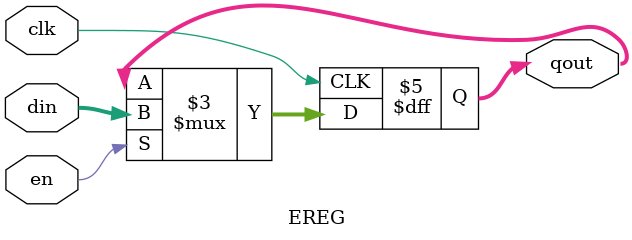
<source format=v>
/*%W%	%G%*/
//*************************************************************************
//
// File Name    : lib.v
// Author Name  : John Lo
// Description  : This is a collection of library elements from big_mac, 
//                xmac, xpcs, pcs ... etc.
// Parent Module: many
// Child  Module: many
// Interface Mod: many
//
//  Copyright (c) 2008, Sun Microsystems, Inc. 
//  Sun Proprietary and Confidential   
//
//*************************************************************************

module CtsRoot (Z, A);

output Z;
input  A;

assign Z = A;

endmodule


/* -----------------------------------------------------------------------
 * If the 10 bit data stream is i,i,i,....,i,i,a,b,c,d,e,f,g, 
 *  the 20 bit interface can be one of the two:
 *  1. {a,i} -> {c,b} -> {e,d} -> {g,f}
 *  2. {b,a} -> {d,c} -> {f,e} -> {h,g}
 *
 * The a,b,c,d,e,f,g order remains the same between the above two data
 * -----------------------------------------------------------------------
 */

module mac_10to20 (
clk10b,
din10b,
clk20b,
dout20b
);
   input 	   clk10b;
   input  [9:0]    din10b;
   input 	   clk20b;
   output [19:0]   dout20b;
   
   wire   [9:0]    din10b;
   wire   [9:0]    din10b_lo;
   wire   [9:0]    din10b_hi;
   wire 	   clk;
   
`ifdef NEPTUNE
   CtsRoot clk_CtsRoot (.Z(clk),.A(clk20b));   
`else
   assign   clk = clk20b;
`endif

   RegDff #(10) din10b_hi_10to20_RegDff (.din(din10b),   .clk(clk10b),.qout(din10b_hi));
   RegDff #(10) din10b_lo_10to20_RegDff (.din(din10b_hi),.clk(clk10b),.qout(din10b_lo));
   
   RegDff #(20) dout20b_10to20_RegDff (.din({din10b_hi[9:0],din10b_lo[9:0]}),.clk(clk),.qout(dout20b[19:0]));   


endmodule // mac_10to20


module mac_20to10 (
FUNC_MODE,
clk20b,
din20b,
clk10b,
dout10b
);
   input           FUNC_MODE;
   input 	   clk20b;
   input  [19:0]   din20b;
   input 	   clk10b;
   output [9:0]    dout10b;
   
   wire   [19:0]   din20b;
   wire   [19:0]   din20b_reg;
   wire   [9:0]    dout10b;
   wire   [9:0]	   ddr_out;
   wire 	   clk;
   wire 	   clk_FUNC_MODE;
   
`ifdef NEPTUNE
   CtsRoot clk_CtsRoot (.Z(clk),.A(clk20b));   
`else
   assign  clk = clk20b;
`endif

   RegDff #(20) din_20to10_RegDff (.din(din20b[19:0]),.clk(clk),.qout(din20b_reg[19:0]));
   // SYNC RULE 3 of LV requirements to intercept offending path in LV_TM mode. 
   assign clk_FUNC_MODE = clk | (~FUNC_MODE); 
   assign ddr_out = clk_FUNC_MODE ? din20b_reg[9:0] :  din20b_reg[19:10];
   
   RegDff #(10) dout10b_20to10_RegDff (.din(ddr_out[9:0]),.clk(clk10b),.qout(dout10b[9:0]));   


endmodule // mac_20to10


// digitally delay 4 clk.
module DLY8CLK (
clk,
din,
dly4,
dly8
);
   
   input 	  clk;
   input 	  din;
   output 	  dly4;
   output 	  dly8;

   reg 		  dly1,dly2,dly3,dly4,dly5,dly6,dly7,dly8;
   
always @ (posedge clk)
  begin
     dly1  <=  din;
     dly2  <=  dly1;
     dly3  <=  dly2;
     dly4  <=  dly3;
     dly5  <=  dly4;
     dly6  <=  dly5;
     dly7  <=  dly6;
     dly8  <=  dly7;
  end
   
endmodule // DLY8CLK

module DIV4_CLK (
reset,
clk,
clk4		 
);
   
   input 	  reset;
   input 	  clk;
   output 	  clk4;
   
   wire 	  hw_reset_clk;
   wire 	  hw_reset_clk_lead;
   reg [1:0] 	  count;
   
   SYNC_CELL hw_reset_clk_SYNC_CELL(.D(reset),.CP(clk),.Q(hw_reset_clk));
   
   pls_gen hw_reset_clk_lead_pls_gen (.clk(clk),.in(hw_reset_clk),.out(hw_reset_clk_lead));
   

   always @ (posedge clk)
     if (hw_reset_clk_lead)
            count <= 0;
     else   count <= count + 1;
   
   assign   clk4   = count[1];
     
   
endmodule // DIV4_CLK

module DIV2_CLK (
reset,
clk,
clk2		 
);
   
   input 	  reset;
   input 	  clk;
   output 	  clk2;
   
   wire 	  hw_reset_clk;
   wire 	  hw_reset_clk_lead;
   
   SYNC_CELL hw_reset_clk_SYNC_CELL(.D(reset),.CP(clk),.Q(hw_reset_clk));
   
   pls_gen hw_reset_clk_lead_pls_gen (.clk(clk),.in(hw_reset_clk),.out(hw_reset_clk_lead));
   
   TFF clk2_TFF (.toggle(1'b1), 
                    .clk(clk),
                    .reset(hw_reset_clk_lead),
                    .qout(clk2));

endmodule // DIV2_CLK


/***********************************
 * Counter
 ***********************************/
module Counter (reset,clk,ce,count);
parameter dwidth = 9;
input reset,clk,ce;
output [dwidth-1:0] count;

reg   [dwidth-1:0] count;

always @ (posedge clk)
  if (reset)
    count <= 0;
  else
    casex(ce) // synopsys parallel_case full_case 
      1'b0: count <= count;
      1'b1: count <= count + 1;
    endcase
 
endmodule // Counter


//*****************************
// Set Reset Flip Flop
//*****************************
module SRFF (reset,clk,iSet,iRst,oQ);

input  reset, clk, iSet, iRst;
output oQ;

reg oQ;

always @ (posedge clk)
if (reset) 
   oQ <= 0;
else
   casex({iSet, iRst}) // synopsys parallel_case full_case 
      2'b00:  oQ <= oQ;
      2'b01:  oQ <= 0;
      2'b1x:  oQ <= 1;
   endcase

endmodule // end of Set Reset Flip Flop


//*****************************
// Reset Set Flip Flop
//*****************************   
module RSFF (reset,clk,iSet,iRst,oQ);

input  reset, clk, iSet, iRst;
output oQ;

reg oQ;

always @ (posedge clk)
if (reset) 
   oQ <= 0;
else
   casex({iSet, iRst}) // synopsys parallel_case full_case 
      2'b00:  oQ <= oQ;
      2'bx1:  oQ <= 0;
      2'b10:  oQ <= 1;
   endcase

endmodule // end of Reset Set Flip Flop


//*****************************
// Register xREG
//*****************************
module xREG (clk,reset,en,din,qout);
parameter dwidth = 10;
input clk, en, reset;
input [dwidth-1:0] din;
output [dwidth-1:0] qout;

reg   [dwidth-1:0] qout;

always @ (posedge clk)
  if (reset)
    qout <= 0;
  else if (en)
    qout <= din;
  else
    qout <= qout;


endmodule // end of xREG


//*****************************
// Register xREG2
//*****************************
module xREG2 (clk,reset,reset_value,load,din,qout);

   parameter dwidth = 10;
   input               clk;
   input               reset;
   input [dwidth-1:0]  reset_value;
   input 	       load;
   input [dwidth-1:0]  din;
   output [dwidth-1:0] qout;

   reg [dwidth-1:0]  qout;
   

always @ (posedge clk)
  if (reset)
    qout <= reset_value;
  else if (load)
    qout <= din;
  else
    qout <= qout;

endmodule // end of xREG2


//*****************************
// Register xREG3
//*****************************
module xREG3 (clk,reset,rst,en,din,qout);
parameter dwidth = 10;
input clk, en, reset, rst;
input [dwidth-1:0] din;
output [dwidth-1:0] qout;

reg   [dwidth-1:0] qout;

always @ (posedge clk)
  if (reset)
    qout <= 0;
  else if (rst)
    qout <= 0;
  else if (en)
    qout <= din;
  else
    qout <= qout;


endmodule // end of xREG3


/************************************
* Rising edge pulse gen
*************************************/
module PlsGen (reset,clk,iSigIn,oPlsOut);

input  reset, clk, iSigIn;
output oPlsOut;

reg Q;

always @ (posedge clk)
if (reset) 
   Q <= 0;
else
   Q <= iSigIn;

wire Qb = ~Q;

wire oPlsOut = iSigIn & Qb;

endmodule 




//*******************************
//  High Speed Loadable Counter
//*******************************
module hs_cntr_cell_X16 (
   // Outputs
   Q, 
   // Inputs
   clk, reset, cnt, clr, load, load_value
   );

   input               clk;
   input 	       reset;
   input 	       cnt;
   input 	       clr;
   input 	       load;
   input  [15:0]       load_value;
   output [15:0]       Q;

   wire [15:1] 	       toggle;
   reg  [15:0] 	       Q;

assign  toggle[15] = Q[14] & Q[13] & Q[12] & Q[11] & Q[10] & Q[9]  & Q[8]  & Q[7]  & Q[6]  & Q[5]  & Q[4]  & Q[3]  & Q[2]  & Q[1]  & Q[0]  ;
assign  toggle[14] = Q[13] & Q[12] & Q[11] & Q[10] & Q[9]  & Q[8]  & Q[7]  & Q[6]  & Q[5]  & Q[4]  & Q[3]  & Q[2]  & Q[1]  & Q[0]  ;
assign  toggle[13] = Q[12] & Q[11] & Q[10] & Q[9]  & Q[8]  & Q[7]  & Q[6]  & Q[5]  & Q[4]  & Q[3]  & Q[2]  & Q[1]  & Q[0]  ;
assign  toggle[12] = Q[11] & Q[10] & Q[9]  & Q[8]  & Q[7]  & Q[6]  & Q[5]  & Q[4]  & Q[3]  & Q[2]  & Q[1]  & Q[0]  ;
assign  toggle[11] = Q[10] & Q[9]  & Q[8]  & Q[7]  & Q[6]  & Q[5]  & Q[4]  & Q[3]  & Q[2]  & Q[1]  & Q[0]  ;
assign  toggle[10] = Q[9]  & Q[8]  & Q[7]  & Q[6]  & Q[5]  & Q[4]  & Q[3]  & Q[2]  & Q[1]  & Q[0]  ;
assign  toggle[9]  = Q[8]  & Q[7]  & Q[6]  & Q[5]  & Q[4]  & Q[3]  & Q[2]  & Q[1]  & Q[0]  ;
assign  toggle[8]  = Q[7]  & Q[6]  & Q[5]  & Q[4]  & Q[3]  & Q[2]  & Q[1]  & Q[0]  ;
assign  toggle[7]  = Q[6]  & Q[5]  & Q[4]  & Q[3]  & Q[2]  & Q[1]  & Q[0]  ;
assign  toggle[6]  = Q[5]  & Q[4]  & Q[3]  & Q[2]  & Q[1]  & Q[0]  ;
assign  toggle[5]  = Q[4]  & Q[3]  & Q[2]  & Q[1]  & Q[0]  ;
assign  toggle[4]  = Q[3]  & Q[2]  & Q[1]  & Q[0]  ;
assign  toggle[3]  = Q[2]  & Q[1]  & Q[0]  ;
assign  toggle[2]  = Q[1]  & Q[0]  ;
assign  toggle[1]  = Q[0]  ;


always @ (posedge clk)
  if (reset | clr)
            Q     <= 16'b0;
  else if (load)
            Q     <= load_value[15:0];
  else if (cnt)
         begin
	    Q[15] <= toggle[15] ? ~Q[15] : Q[15];
	    Q[14] <= toggle[14] ? ~Q[14] : Q[14];
	    Q[13] <= toggle[13] ? ~Q[13] : Q[13];
	    Q[12] <= toggle[12] ? ~Q[12] : Q[12];
	    Q[11] <= toggle[11] ? ~Q[11] : Q[11];
	    Q[10] <= toggle[10] ? ~Q[10] : Q[10];
	    Q[9]  <= toggle[9]  ? ~Q[9]  : Q[9] ;
	    Q[8]  <= toggle[8]  ? ~Q[8]  : Q[8] ;
	    Q[7]  <= toggle[7]  ? ~Q[7]  : Q[7] ;
	    Q[6]  <= toggle[6]  ? ~Q[6]  : Q[6] ;
	    Q[5]  <= toggle[5]  ? ~Q[5]  : Q[5] ;
	    Q[4]  <= toggle[4]  ? ~Q[4]  : Q[4] ;
	    Q[3]  <= toggle[3]  ? ~Q[3]  : Q[3] ;
	    Q[2]  <= toggle[2]  ? ~Q[2]  : Q[2] ;
	    Q[1]  <= toggle[1]  ? ~Q[1]  : Q[1] ;
	    Q[0]  <=              ~Q[0]         ;
         end
  else  
            Q     <= Q;           // Hold the value.


endmodule // hs_cntr_cell_X16




//*******************************
//  High Speed Loadable Counter
//*******************************
module hs_ld_counter_X32 (
   // Outputs
   Q, max_value_reached, 
   // Inputs
   clk, reset, inc, clr, max_value, load, load_value
   );
   
   input              clk;
   input              reset;      // global signals
   input              inc;        // Count Enable
   input              clr;        // read auto clear input. 
   input [31:0]       max_value;  // compared value
   input              load;
   input  [31:0]      load_value; // compared value
   output [31:0]      Q ;
   output             max_value_reached;
 
   wire 	      inc_msb;
   wire 	      set_flag;
   wire [31:0]        max_value;
   wire [15:0] 	      Q1;
   wire [15:0]	      Q0;
   wire [31:0] 	      Q = {Q1[15:0],Q0[15:0]};
   wire 	      flag_lv;
   
   wire 	      max_value_reached = (max_value[31:0] == Q[31:0]);

   wire               inc_count = ~max_value_reached & inc;

   assign 	      set_flag = (Q0[15:0] == 16'hFFFE) & inc_count;

   SR_FF flag_count_SR_FF(.set(set_flag),
                          .rst(inc_msb),
                          .clk(clk),
                          .reset(reset | clr), // loj @6-16-06
                          .qout(flag_lv));

   // flag_lv = (Q0 == 16'hFFFF)
   assign 	     inc_msb = flag_lv & inc_count;
   
        

/* ----- counter instantiation ----- */   
hs_cntr_cell_X16 lsb_hs_cntr_cell_X16(
.clk(clk),
.reset(reset),
.cnt(inc_count),
.clr(clr),
.load(load),
.load_value(load_value[15:0]),
.Q(Q0[15:0])
);

hs_cntr_cell_X16 msb_hs_cntr_cell_X16(
.clk(clk),
.reset(reset),
.cnt(inc_msb),
.clr(clr),
.load(load),
.load_value(load_value[31:16]),
.Q(Q1[15:0])
);



endmodule // hs_ld_counter_X31



//*****************************
// Register RAC_FF
//*****************************
module RAC_FF (clk,reset,set,rst,
                 load,load_data,dout);

input              clk,reset ; // global signals
input 	           set,rst   ;
input              load      ;
input              load_data ; // compared value
output             dout      ;

   reg 		   dout;
   
always @ (posedge clk)
  if (reset | rst)
    dout <= 0;
  else if (set)
   dout  <= 1;
  else if (load)
    dout <= load_data;
  else 
    dout <= dout;

endmodule // RAC_FF






// \\\\\\\\\\\\\\\\\\\\\\\\\\\\\\\\\\\\\\\\\\\\\\\\\\\\\\\\\\\\\\\\\\\\\

/**********************************************************************
 * From here on are mainly for mac and xmac design
 * ********************************************************************/
 
/* ------------------------------ Flip-Flops ------------------------------- */


module FD1(CP, D, Q);

input CP, D;
output Q;

reg Q;

always @(posedge CP) Q <= D; 

endmodule // FD1

module FD1H(CP, D, Q);

input CP, D;
output Q;

reg Q;
// vlint flag_negedge_always_block off 
always @(negedge CP) Q <= D;
// vlint flag_negedge_always_block on 

endmodule // FD1H

 /* ----------------------- Synchronizers ----------------------------- */

/******************************************
 * The following SYNC_CELLs are used by mac
 ******************************************/
module SYNC_CELL(D,CP,Q);
 input  D;
 input  CP;
 output Q;

`ifdef NEPTUNE

reg Q,sync1;

always @ (posedge CP)
  begin
    sync1 <=  D;
    Q     <=  sync1;
  end        
  

`else

   // vlint flag_dangling_net_within_module off
   // vlint flag_net_has_no_load off
   wire so;
   // vlint flag_net_has_no_load on
   // vlint flag_dangling_net_within_module on
   
   
 cl_a1_clksyncff_4x SYNC_CELL (.l1clk(CP),
                               .d(D),
                               .si(1'b0),
                               .siclk(1'b0),
                               .soclk(1'b0),
                               .q(Q),
                               .so(so) );

`endif 
  
endmodule // SYNC_CELL

module FAST_SYNC_CELL(D,CP,Q);
 input  D;
 input  CP;
 output Q;

  reg Q,sync1;
  always @ (posedge CP)
    sync1 <=  D;

// vlint flag_negedge_always_block off 
  always @ (negedge CP)  // Negative edge clock
    Q     <=  sync1;
// vlint flag_negedge_always_block on 

endmodule // FAST_SYNC_CELL

module FAST_INV_SYNC_CELL(D,CP,Q);
 input  D;
 input  CP;
 output Q;

  reg Q,sync1;


// vlint flag_negedge_always_block off 
  always @ (negedge CP)
    sync1 <=  D;
// vlint flag_negedge_always_block on 

  always @ (posedge CP)
    Q     <=  sync1;

endmodule // FAST_INV_SYNC_CELL

//*****************************
//* SYNC_MOD
//*****************************
module SYNC_PLS (src_pls,src_clk,src_reset,des_clk,out_pls);
   input  src_pls;
   input  src_clk;
   input  src_reset; // power on reset
   input  des_clk;
   output out_pls;

   wire   sr_ff_2_sync_cell,src_rst_internal,des_level_out;

   SR_FF SR_FF_u1(.set(src_pls),
                  .rst(src_rst_internal),
                  .clk(src_clk),
                  .reset(src_reset),
                  .qout(sr_ff_2_sync_cell));
   
   SYNC_CELL go_to_des_SYNC_CELL  (.D(sr_ff_2_sync_cell),.CP(des_clk),
                                   .Q(des_level_out));
   
   SYNC_CELL back_to_src_SYNC_CELL(.D(des_level_out),.CP(src_clk),
                                   .Q(src_rst_internal));
   
   pls_gen pls_gen_u6(.clk(des_clk),.in(des_level_out),.out(out_pls));
   
endmodule // SYNC_PLS


/******************************************
 * The following SYNC_CELLs are used by pcs
 ******************************************/

/*
** NEC library dependent wrapper for SYNC generic
*/
module SYNCREG (qout, clk, din);
//non-resettable variable width register 
//only one Q output

output qout;
input clk;
input din; 

SYNC_CELL PCS_SYNC_CELL(.D(din),.CP(clk),.Q(qout));

endmodule
 

module SYNCREG16 (qout, clk, din);
//non-resettable variable width register 
//only one Q output

output [15:0] qout;
input clk;
input [15:0] din; 

SYNCREG R_SYNC_0(.din(din[0]),    .clk(clk), .qout(qout[0]));

SYNCREG R_SYNC_1(.din(din[1]),    .clk(clk), .qout(qout[1]));

SYNCREG R_SYNC_2(.din(din[2]),    .clk(clk), .qout(qout[2]));

SYNCREG R_SYNC_3(.din(din[3]),    .clk(clk), .qout(qout[3]));

SYNCREG R_SYNC_4(.din(din[4]),    .clk(clk), .qout(qout[4]));

SYNCREG R_SYNC_5(.din(din[5]),    .clk(clk), .qout(qout[5]));

SYNCREG R_SYNC_6(.din(din[6]),    .clk(clk), .qout(qout[6]));

SYNCREG R_SYNC_7(.din(din[7]),    .clk(clk), .qout(qout[7]));

SYNCREG R_SYNC_8(.din(din[8]),    .clk(clk), .qout(qout[8]));

SYNCREG R_SYNC_9(.din(din[9]),    .clk(clk), .qout(qout[9]));

SYNCREG R_SYNC_10(.din(din[10]),    .clk(clk), .qout(qout[10]));

SYNCREG R_SYNC_11(.din(din[11]),    .clk(clk), .qout(qout[11]));

SYNCREG R_SYNC_12(.din(din[12]),    .clk(clk), .qout(qout[12]));

SYNCREG R_SYNC_13(.din(din[13]),    .clk(clk), .qout(qout[13]));

SYNCREG R_SYNC_14(.din(din[14]),    .clk(clk), .qout(qout[14]));

SYNCREG R_SYNC_15(.din(din[15]),    .clk(clk), .qout(qout[15]));

endmodule

// @(#)SYNCREG17.v	1.2 06/07/99
module SYNCREG17 (qout, clk, din);
//non-resettable variable width register 
//only one Q output

output [16:0] qout;
input clk;
input [16:0] din; 

SYNCREG R_SYNC_0(.din(din[0]),    .clk(clk),	.qout(qout[0]));

SYNCREG R_SYNC_1(.din(din[1]),    .clk(clk),	.qout(qout[1]));

SYNCREG R_SYNC_2(.din(din[2]),    .clk(clk),	.qout(qout[2]));

SYNCREG R_SYNC_3(.din(din[3]),    .clk(clk),	.qout(qout[3]));

SYNCREG R_SYNC_4(.din(din[4]),    .clk(clk),	.qout(qout[4]));

SYNCREG R_SYNC_5(.din(din[5]),    .clk(clk),	.qout(qout[5]));

SYNCREG R_SYNC_6(.din(din[6]),    .clk(clk),	.qout(qout[6]));

SYNCREG R_SYNC_7(.din(din[7]),    .clk(clk),	.qout(qout[7]));

SYNCREG R_SYNC_8(.din(din[8]),    .clk(clk),	.qout(qout[8]));

SYNCREG R_SYNC_9(.din(din[9]),    .clk(clk),	.qout(qout[9]));

SYNCREG R_SYNC_10(.din(din[10]),    .clk(clk),	.qout(qout[10]));

SYNCREG R_SYNC_11(.din(din[11]),    .clk(clk),	.qout(qout[11]));

SYNCREG R_SYNC_12(.din(din[12]),    .clk(clk),	.qout(qout[12]));

SYNCREG R_SYNC_13(.din(din[13]),    .clk(clk),	.qout(qout[13]));

SYNCREG R_SYNC_14(.din(din[14]),    .clk(clk),	.qout(qout[14]));

SYNCREG R_SYNC_15(.din(din[15]),    .clk(clk),	.qout(qout[15]));

SYNCREG R_SYNC_16(.din(din[16]),    .clk(clk),	.qout(qout[16]));

endmodule


// @(#)SYNCREG22.v	1.2 06/07/99
module SYNCREG22 (qout, clk, din);
//non-resettable variable width register 
//only one Q output

output [21:0] qout;
input clk;
input [21:0] din; 

SYNCREG R_SYNC_0(.din(din[0]),    .clk(clk),	.qout(qout[0]));

SYNCREG R_SYNC_1(.din(din[1]),    .clk(clk),	.qout(qout[1]));

SYNCREG R_SYNC_2(.din(din[2]),    .clk(clk),	.qout(qout[2]));

SYNCREG R_SYNC_3(.din(din[3]),    .clk(clk),	.qout(qout[3]));

SYNCREG R_SYNC_4(.din(din[4]),    .clk(clk),	.qout(qout[4]));

SYNCREG R_SYNC_5(.din(din[5]),    .clk(clk),	.qout(qout[5]));

SYNCREG R_SYNC_6(.din(din[6]),    .clk(clk),	.qout(qout[6]));

SYNCREG R_SYNC_7(.din(din[7]),    .clk(clk),	.qout(qout[7]));

SYNCREG R_SYNC_8(.din(din[8]),    .clk(clk),	.qout(qout[8]));

SYNCREG R_SYNC_9(.din(din[9]),    .clk(clk),	.qout(qout[9]));

SYNCREG R_SYNC_10(.din(din[10]),    .clk(clk),	.qout(qout[10]));

SYNCREG R_SYNC_11(.din(din[11]),    .clk(clk),	.qout(qout[11]));

SYNCREG R_SYNC_12(.din(din[12]),    .clk(clk),	.qout(qout[12]));

SYNCREG R_SYNC_13(.din(din[13]),    .clk(clk),	.qout(qout[13]));

SYNCREG R_SYNC_14(.din(din[14]),    .clk(clk),	.qout(qout[14]));

SYNCREG R_SYNC_15(.din(din[15]),    .clk(clk),	.qout(qout[15]));

SYNCREG R_SYNC_16(.din(din[16]),    .clk(clk),	.qout(qout[16]));

SYNCREG R_SYNC_17(.din(din[17]),    .clk(clk),	.qout(qout[17]));

SYNCREG R_SYNC_18(.din(din[18]),    .clk(clk),	.qout(qout[18]));

SYNCREG R_SYNC_19(.din(din[19]),    .clk(clk),	.qout(qout[19]));

SYNCREG R_SYNC_20(.din(din[20]),    .clk(clk),	.qout(qout[20]));

SYNCREG R_SYNC_21(.din(din[21]),    .clk(clk),	.qout(qout[21]));

endmodule


// @(#)SYNCREG6.v	1.2 06/07/99
module SYNCREG6 (qout, clk, din);
//non-resettable variable width register 
//only one Q output

output [5:0] qout;
input clk;
input [5:0] din; 

SYNCREG R_SYNC_0(.din(din[0]),    .clk(clk), .qout(qout[0]));

SYNCREG R_SYNC_1(.din(din[1]),    .clk(clk), .qout(qout[1]));

SYNCREG R_SYNC_2(.din(din[2]),    .clk(clk), .qout(qout[2]));

SYNCREG R_SYNC_3(.din(din[3]),    .clk(clk), .qout(qout[3]));

SYNCREG R_SYNC_4(.din(din[4]),    .clk(clk), .qout(qout[4]));

SYNCREG R_SYNC_5(.din(din[5]),    .clk(clk), .qout(qout[5]));

endmodule

 /* -----------------end of Synchronizers ----------------------------- */


 /* ------------------------- Registers ------------------------------- */

module register_X8(clk,din,dout);
 input         clk;
 input  [7:0]  din;
 output [7:0]  dout;


   wire [7:0]  din;
   reg  [7:0]  dout;
   
always @ (posedge clk)
    dout <= din;

endmodule // register_X8



module register_X8_inv(clk,din,dout);
 input         clk;
 input  [7:0]  din;
 output [7:0]  dout;

   wire        clk_n = ~clk;
   wire [7:0]  din;
   reg  [7:0]  dout;
   
always @ (posedge clk_n)
    dout <= din;

endmodule // register_X8_inv


module register_X10(clk,din,dout);
 input        clk;
 input  [9:0] din;
 output [9:0] dout;


   wire [9:0]  din;
   reg  [9:0]  dout;
   
always @ (posedge clk)
    dout <= din;


endmodule // register_X10

module register_X14(clk,din,dout);
 input         clk;
 input  [13:0] din;
 output [13:0] dout;

   wire [13:0] din;
   reg  [13:0] dout;
   
always @ (posedge clk)
    dout <= din;


endmodule

module register_X15(clk,din,dout); 
 input         clk; 
 input  [14:0] din; 
 output [14:0] dout;
 
   wire [14:0]  din;
   reg  [14:0]  dout;
   
always @ (posedge clk)
    dout <= din;

 
endmodule

module register_X16(clk,din,dout);
 input         clk;
 input  [15:0] din;
 output [15:0] dout;

   wire [15:0]  din;
   reg  [15:0]  dout;
   
always @ (posedge clk)
    dout <= din;


endmodule // register_X16

module register_X17(clk,din,dout);
 input        clk;
 input  [16:0] din;
 output [16:0] dout;

   wire [16:0]  din;
   reg  [16:0]  dout;
   
always @ (posedge clk)
    dout <= din;

 
endmodule // register_X17

module register_X32(clk,din,dout,dout_n);
 input         clk;
 input  [31:0] din;
 output [31:0] dout;
 output [31:0] dout_n;


   wire [31:0]  din;
   wire [31:0]  dout_n;
   reg  [31:0]  dout;
   
always @ (posedge clk)
    dout <= din;


 assign dout_n = ~dout;

endmodule // register_X32


module register_load_X4(clk,load,din,dout);
 input         clk;
 input         load;
 input  [3:0]  din;
 output [3:0]  dout;

   wire        clk;
   wire        load;
   wire [3:0]  din;
   reg  [3:0]  dout;

 always @ (posedge clk)
   if (load)
     dout <= din;
   else
     dout <= dout;

endmodule

module register_load_X8(clk,load,din,dout);
 input         clk;
 input         load;
 input  [7:0]  din;
 output [7:0]  dout;

   wire        clk;
   wire        load;
   wire [7:0]  din;
   reg  [7:0]  dout;

 always @ (posedge clk)
   if (load)
     dout <= din;
   else
     dout <= dout;

endmodule // register_load_X8

module register_load_X10(clk,load,din,dout);
 input         clk;
 input         load;
 input  [9:0]  din;
 output [9:0]  dout;

   wire        clk;
   wire        load;
   wire [9:0]  din;
   reg  [9:0]  dout;

 always @ (posedge clk)
   if (load)
     dout <= din;
   else
     dout <= dout;

endmodule // register_load_X10

module register_load_X14(clk,load,din,dout);
 input         clk;
 input         load;
 input  [13:0] din;
 output [13:0] dout;

   wire        clk;
   wire        load;
   wire [13:0] din;
   reg  [13:0] dout;

 always @ (posedge clk)
   if (load)
     dout <= din;
   else
     dout <= dout;

endmodule // register_load_X14


module register_load_X15(clk,load,din,dout);
 input         clk;
 input         load;
 input  [14:0] din;
 output [14:0] dout;

   wire        clk;
   wire        load;
   wire [14:0] din;
   reg  [14:0] dout;

 always @ (posedge clk)
   if (load)
     dout <= din;
   else
     dout <= dout;

endmodule // register_load_X15



module register_load_X16(clk,load,din,dout);
 input         clk;
 input         load;
 input  [15:0] din;
 output [15:0] dout;

   wire        clk;
   wire        load;
   wire [15:0] din;
   reg  [15:0] dout;

 always @ (posedge clk)
   if (load)
     dout <= din;
   else
     dout <= dout;
 
endmodule // register_load_X16

module register_load_X17(clk,load,din,dout);
 input         clk;
 input         load;
 input  [16:0] din;
 output [16:0] dout;

   wire        clk;
   wire        load;
   wire [16:0] din;
   reg  [16:0] dout;

 always @ (posedge clk)
   if (load)
     dout <= din;
   else
     dout <= dout;

   
endmodule // register_load_X17

module register_load_X64(clk,load,din,dout);
 input         clk;
 input         load;
 input  [63:0] din;
 output [63:0] dout;

   wire        clk;
   wire        load;
   wire [63:0] din;
   reg  [63:0] dout;

 always @ (posedge clk)
   if (load)
     dout <= din;
   else
     dout <= dout;

endmodule


module register_load_X66(clk,load,din,dout);
 input         clk;
 input         load;
 input  [65:0] din;
 output [65:0] dout;

   wire        clk;
   wire        load;
   wire [65:0] din;
   reg  [65:0] dout;

 always @ (posedge clk)
   if (load)
     dout <= din;
   else
     dout <= dout;

endmodule // register_load_X66



 /* ------------------------------- Pipelines ------------------------------- */
module pipeline_4X8(clk,din,dout);
 input        clk;
 input  [7:0] din;
 output [7:0] dout;

 wire [7:0] stage0_dout,stage1_dout,stage2_dout;

 register_X8 STAGE0(clk,din,stage0_dout);
 register_X8 STAGE1(clk,stage0_dout,stage1_dout);
 register_X8 STAGE2(clk,stage1_dout,stage2_dout);
 register_X8 STAGE3(clk,stage2_dout,dout);

endmodule

module bit_shifter_en_ld_X32(reset,clk,ld_en,shift_en,shift_in,din,shift_out,dout);
 input         reset;
 input         clk;
 input         ld_en;
 input         shift_en;
 input         shift_in;
 input  [31:0] din;
 output        shift_out;
 output [31:0] dout;


   wire        shift_in;
   wire        shift_out;
   wire [31:0] din;
   reg  [31:0] dout;
   
always @ (posedge clk)
  if (reset)
             dout     <= 0;
  else if (ld_en)
             dout     <= din;
  else if (shift_en)
           begin
             dout[0 ] <= shift_in;
             dout[1 ] <= dout[0 ];
             dout[2 ] <= dout[1 ];
             dout[3 ] <= dout[2 ];
             dout[4 ] <= dout[3 ];
             dout[5 ] <= dout[4 ];
             dout[6 ] <= dout[5 ];
             dout[7 ] <= dout[6 ];
             dout[8 ] <= dout[7 ];
             dout[9 ] <= dout[8 ];
             dout[10] <= dout[9 ];
             dout[11] <= dout[10];
             dout[12] <= dout[11];
             dout[13] <= dout[12];
             dout[14] <= dout[13];
             dout[15] <= dout[14];
             dout[16] <= dout[15];
             dout[17] <= dout[16];
             dout[18] <= dout[17];
             dout[19] <= dout[18];
             dout[20] <= dout[19];
             dout[21] <= dout[20];
             dout[22] <= dout[21];
             dout[23] <= dout[22];
             dout[24] <= dout[23];
             dout[25] <= dout[24];
             dout[26] <= dout[25];
             dout[27] <= dout[26];
             dout[28] <= dout[27];
             dout[29] <= dout[28];
             dout[30] <= dout[29];
             dout[31] <= dout[30];
           end			      

 assign   shift_out = dout[31];


endmodule // bit_shifter_en_ld_X32

module nibble_shifter_X16(clk,din,dout);
 input         clk;
 input   [3:0] din;
 output [15:0] dout;

 FD1 FD1_0(.D(din[0]),.CP(clk),.Q(dout[0]));
 FD1 FD1_1(.D(din[1]),.CP(clk),.Q(dout[1]));
 FD1 FD1_2(.D(din[2]),.CP(clk),.Q(dout[2]));
 FD1 FD1_3(.D(din[3]),.CP(clk),.Q(dout[3]));
 FD1 FD1_4(.D(dout[0]),.CP(clk),.Q(dout[4]));
 FD1 FD1_5(.D(dout[1]),.CP(clk),.Q(dout[5]));
 FD1 FD1_6(.D(dout[2]),.CP(clk),.Q(dout[6]));
 FD1 FD1_7(.D(dout[3]),.CP(clk),.Q(dout[7]));
 FD1 FD1_8(.D(dout[4]),.CP(clk),.Q(dout[8]));
 FD1 FD1_9(.D(dout[5]),.CP(clk),.Q(dout[9]));
 FD1 FD1_10(.D(dout[6]),.CP(clk),.Q(dout[10]));
 FD1 FD1_11(.D(dout[7]),.CP(clk),.Q(dout[11]));
 FD1 FD1_12(.D(dout[8]),.CP(clk),.Q(dout[12]));
 FD1 FD1_13(.D(dout[9]),.CP(clk),.Q(dout[13]));
 FD1 FD1_14(.D(dout[10]),.CP(clk),.Q(dout[14]));
 FD1 FD1_15(.D(dout[11]),.CP(clk),.Q(dout[15]));

endmodule // nibble_shifter_X16

module byte_shifter_X16(clk,din,dout); // for fedx
 input         clk;
 input   [7:0] din;
 output [15:0] dout;

 wire [7:0] stage0_dout,stage1_dout;

 register_X8 STAGE0(clk,din,stage0_dout);
 register_X8 STAGE1(clk,stage0_dout,stage1_dout);

 assign dout = {stage0_dout,stage1_dout};

endmodule // byte_shifter_X16

module byte_shifter_X64(clk,din,dout); // for cassini
 input         clk;
 input   [7:0] din;
 output [63:0] dout;

 wire [7:0] stage0_dout,stage1_dout,stage2_dout,stage3_dout,
            stage4_dout,stage5_dout,stage6_dout,stage7_dout;

 register_X8 STAGE0(clk,din,stage0_dout);
 register_X8 STAGE1(clk,stage0_dout,stage1_dout);
 register_X8 STAGE2(clk,stage1_dout,stage2_dout);
 register_X8 STAGE3(clk,stage2_dout,stage3_dout);
 register_X8 STAGE4(clk,stage3_dout,stage4_dout);
 register_X8 STAGE5(clk,stage4_dout,stage5_dout);
 register_X8 STAGE6(clk,stage5_dout,stage6_dout);
 register_X8 STAGE7(clk,stage6_dout,stage7_dout);

 assign dout = {stage0_dout,stage1_dout,stage2_dout,stage3_dout,
                stage4_dout,stage5_dout,stage6_dout,stage7_dout
               };

endmodule

 /* -------------------------------- Counters ------------------------------- */       
   
module counter_X2(clk,clr,enable,count);
 input        clk;
 input        clr;
 input        enable;
 output [1:0] count;

 reg    [1:0] count;

always @ (posedge clk)
   if      (clr)    count <= 0;
   else if (enable) count <= count + 1;
   else             count <= count;

endmodule // counter_X2

module counter_X3(clk,clr,enable,count);
 input        clk;
 input        clr;
 input        enable;
 output [2:0] count;

 reg    [2:0] count;

always @ (posedge clk)
   if      (clr)    count <= 0;
   else if (enable) count <= count + 1;
   else             count <= count;

endmodule // counter_X3

module counter_X4(clk,clr,enable,count);
 input        clk;
 input        clr;
 input        enable;
 output [3:0] count;

 reg    [3:0] count;

always @ (posedge clk)
   if      (clr)    count <= 0;
   else if (enable) count <= count + 1;
   else             count <= count;

endmodule // counter_X4

module counter_X5(clk,clr,enable,count);
 input        clk;
 input        clr;
 input        enable;
 output [4:0] count;

 reg    [4:0] count;

always @ (posedge clk)
   if      (clr)    count <= 0;
   else if (enable) count <= count + 1;
   else             count <= count;

endmodule // counter_X5

module counter_X6(clk,clr,enable,count);
 input        clk;
 input        clr;
 input        enable;
 output [5:0] count;

 reg    [5:0] count;

always @ (posedge clk)
   if      (clr)    count <= 0;
   else if (enable) count <= count + 1;
   else             count <= count;

endmodule // counter_X6

module counter_X8(clk,clr,enable,count);
 input        clk;
 input        clr;
 input        enable;
 output [7:0] count;

 reg    [7:0] count;

always @ (posedge clk)
   if      (clr)    count <= 0;
   else if (enable) count <= count + 1;
   else             count <= count;

endmodule // counter_X8

module counter_X10(clk,clr,enable,count);
 input        clk;
 input        clr;
 input        enable;
 output [9:0] count;

 reg    [9:0] count;

always @ (posedge clk)
   if      (clr)    count <= 0;
   else if (enable) count <= count + 1;
   else             count <= count;

endmodule // counter_X10

module counter_X12(clk,clr,enable,count);
 input         clk;
 input         clr;
 input         enable;
 output [11:0] count;


 reg    [11:0] count;

always @ (posedge clk)
   if      (clr)    count <= 0;
   else if (enable) count <= count + 1;
   else             count <= count;

   
endmodule // counter_X12

module counter_X14(clk,clr,enable,count);
 input         clk;
 input         clr;
 input         enable;
 output [13:0] count;

 reg    [13:0] count;

always @ (posedge clk)
   if      (clr)    count <= 0;
   else if (enable) count <= count + 1;
   else             count <= count;


endmodule // counter_X14


module counter_X15(clk,clr,enable,count);
 input         clk;
 input         clr;
 input         enable;
 output [14:0] count;


 reg    [14:0] count;

always @ (posedge clk)
   if      (clr)    count <= 0;
   else if (enable) count <= count + 1;
   else             count <= count;


endmodule


module counter_X16(clk,clr,enable,count);
 input         clk;
 input         clr;
 input         enable;
 output [15:0] count;


 reg    [15:0] count;

always @ (posedge clk)
   if      (clr)    count <= 0;
   else if (enable) count <= count + 1;
   else             count <= count;


endmodule // counter_X16



module counter_load_X8(clk,clr,enable,load,din,count);
 input         clk;
 input         clr;
 input         enable;
 input         load;
 input  [7:0]  din;
 output [7:0]  count;

 reg    [7:0]  count;

always @ (posedge clk)
   if      (clr)    count <= 0;
   else if (load)   count <= din;
   else if (enable) count <= count + 1;
   else             count <= count;

endmodule // counter_load_X8

module counter_rac_load_X8(clk,clr,enable,load,din,count);
 input        clk;
 input        clr;
 input        enable;
 input        load;
 input  [7:0] din;
 output [7:0] count;

 reg    [7:0] count;

always @ (posedge clk)
   if      (clr)      count <= 0;
   else if (load)     count <= din;
   else if (enable & (count != {8{1'b1}}))
                      count <= count + 1;
   else               count <= count;


endmodule // counter_rac_load_X8

module counter_load_X10(clk,clr,enable,load,din,count);
 input        clk;
 input        clr;
 input        enable;
 input        load;
 input  [9:0] din;
 output [9:0] count;


 reg    [9:0] count;

always @ (posedge clk)
   if      (clr)    count <= 0;
   else if (load)   count <= din;
   else if (enable) count <= count + 1;
   else             count <= count;


endmodule // counter_load_X10

module counter_ld_dn_X15(clk,clr,enable,load,din,count);
 input         clk;
 input         clr;
 input         enable;
 input         load;
 input  [14:0] din;
 output [14:0] count;


 reg    [14:0] count;

always @ (posedge clk)
   if      (clr)    count <= 0;
   else if (load)   count <= din;
   else if (enable) count <= count - 1;
   else             count <= count;


endmodule // counter_ld_dn_X15


module counter_load_X16(clk,clr,enable,load,din,count);
 input         clk;
 input         clr;
 input         enable;
 input         load;
 input  [15:0] din;
 output [15:0] count;

 reg    [15:0] count;

always @ (posedge clk)
   if      (clr)    count <= 0;
   else if (load)   count <= din;
   else if (enable) count <= count + 1;
   else             count <= count;


endmodule // counter_load_X16

module counter_rac_load_X16(clk,clr,enable,load,din,count);
 input         clk; 
 input         clr;
 input         enable;
 input         load;
 input  [15:0] din;
 output [15:0] count;


 reg    [15:0] count;

always @ (posedge clk)
   if      (clr)      count <= 0;
   else if (load)     count <= din;
   else if (enable & (count != {16{1'b1}}))
                      count <= count + 1;
   else               count <= count;

 
endmodule // counter_rac_load_X16

module counter_load_X17(clk,clr,enable,load,din,count);
 input         clk;
 input         clr;
 input         enable;
 input         load;
 input  [16:0] din;
 output [16:0] count;
 
 reg    [16:0] count;

always @ (posedge clk)
   if      (clr)    count <= 0;
   else if (load)   count <= din;
   else if (enable) count <= count + 1;
   else             count <= count;

 
endmodule // counter_load_X17

module counter_rac_load_X17(clk,clr,enable,load,din,count);
 input         clk; 
 input         clr;
 input         enable;
 input         load;
 input  [16:0] din;
 output [16:0] count;


 reg    [16:0] count;

always @ (posedge clk)
   if      (clr)      count <= 0;
   else if (load)     count <= din;
   else if (enable & (count != {17{1'b1}}))
                      count <= count + 1;
   else               count <= count;


endmodule // counter_rac_load_X17

module counter_load_X18(clk,clr,enable,load,din,count);
 input         clk;
 input         clr;
 input         enable;
 input         load;
 input  [17:0] din;
 output [17:0] count;
 
 reg    [17:0] count;

always @ (posedge clk)
   if      (clr)    count <= 0;
   else if (load)   count <= din;
   else if (enable) count <= count + 1;
   else             count <= count;


endmodule // counter_load_X18

module counter_rac_load_X18(clk,clr,enable,load,din,count);
 input         clk; 
 input         clr;
 input         enable;
 input         load;
 input  [17:0] din;
 output [17:0] count;


 reg    [17:0] count;

always @ (posedge clk)
   if      (clr)      count <= 0;
   else if (load)     count <= din;
   else if (enable & (count != {18{1'b1}}))
                      count <= count + 1;
   else               count <= count;


endmodule // counter_rac_load_X18

module counter_load_X19(clk,clr,enable,load,din,count);
 input         clk;
 input         clr;
 input         enable;
 input         load;
 input  [18:0] din;
 output [18:0] count;
 
 reg    [18:0] count;

always @ (posedge clk)
   if      (clr)    count <= 0;
   else if (load)   count <= din;
   else if (enable) count <= count + 1;
   else             count <= count;

 
endmodule // counter_load_X19

module counter_rac_load_X19(clk,clr,enable,load,din,count);
 input         clk; 
 input         clr;
 input         enable;
 input         load;
 input  [18:0] din;
 output [18:0] count;


 reg    [18:0] count;

always @ (posedge clk)
   if      (clr)      count <= 0;
   else if (load)     count <= din;
   else if (enable & (count != {19{1'b1}}))
                      count <= count + 1;
   else               count <= count;

 
endmodule // counter_rac_load_X19


module counter_rac_load_X20(clk,clr,enable,load,din,count);
 input         clk;
 input         clr;
 input         enable;
 input         load;
 input  [19:0] din;
 output [19:0] count;
 

 reg    [19:0] count;

always @ (posedge clk)
   if      (clr)      count <= 0;
   else if (load)     count <= din;
   else if (enable & (count != {20{1'b1}}))
                      count <= count + 1;
   else               count <= count;


endmodule // counter_rac_load_X20

module counter_load_X21(clk,clr,enable,load,din,count);
 input         clk;
 input         clr;
 input         enable;
 input         load;
 input  [20:0] din;
 output [20:0] count;

 reg    [20:0] count;

always @ (posedge clk)
   if      (clr)    count <= 0;
   else if (load)   count <= din;
   else if (enable) count <= count + 1;
   else             count <= count;


endmodule // counter_load_X21

module counter_rac_load_X21(clk,clr,enable,load,din,count);
 input         clk; 
 input         clr;
 input         enable;
 input         load;
 input  [20:0] din;
 output [20:0] count;


 reg    [20:0] count;

always @ (posedge clk)
   if      (clr)      count <= 0;
   else if (load)     count <= din;
   else if (enable & (count != {21{1'b1}}))
                      count <= count + 1;
   else               count <= count;

 
endmodule // counter_rac_load_X21

module counter_load_X24(clk,clr,enable,load,din,count);
 input         clk;
 input         clr;
 input         enable;
 input         load;
 input  [23:0] din;
 output [23:0] count;
 
 reg    [23:0] count;

always @ (posedge clk)
   if      (clr)    count <= 0;
   else if (load)   count <= din;
   else if (enable) count <= count + 1;
   else             count <= count;


endmodule // counter_load_X24

module counter_rac_load_X24(clk,clr,enable,load,din,count);
 input         clk;
 input         clr;
 input         enable;
 input         load;
 input  [23:0] din;
 output [23:0] count;
 

 reg    [23:0] count;

always @ (posedge clk)
   if      (clr)      count <= 0;
   else if (load)     count <= din;
   else if (enable & (count != {24{1'b1}}))
                      count <= count + 1;
   else               count <= count;


endmodule // counter_rac_load_X24

module counter_load_X27(clk,clr,enable,load,din,count);
 input         clk;
 input         clr;
 input         enable;
 input         load;
 input  [26:0] din;
 output [26:0] count;
 
 reg    [26:0] count;

always @ (posedge clk)
   if      (clr)    count <= 0;
   else if (load)   count <= din;
   else if (enable) count <= count + 1;
   else             count <= count;

 
endmodule // counter_load_X27

module counter_rac_load_X27(clk,clr,enable,load,din,count);
 input         clk;
 input         clr;
 input         enable;
 input         load;
 input  [26:0] din;
 output [26:0] count;


 reg    [26:0] count;

always @ (posedge clk)
   if      (clr)      count <= 0;
   else if (load)     count <= din;
   else if (enable & (count != {27{1'b1}}))
                      count <= count + 1;
   else               count <= count;


endmodule // counter_rac_load_X27

/* ------------------------------------------------------------------------- */

module counter_ld_dn_X16(clk,clr,enable,load,din,count);
 input         clk;
 input         clr;
 input         enable;
 input         load;
 input  [15:0] din;
 output [15:0] count;


 reg    [15:0] count;

always @ (posedge clk)
   if      (clr)    count <= 0;
   else if (load)   count <= din;
   else if (enable) count <= count - 1;
   else             count <= count;


endmodule // counter_ld_dn_X16


module inc_1_2_3_4(clk,clr,inc1,inc2,inc3,inc4,count);
 input        clk;
 input        clr;
 input        inc1;
 input        inc2;
 input        inc3;
 input        inc4;
 output [2:0] count;
 
 wire [2:0] new_count;
 
 function [2:0] counter_logic;
  input       clr;
  input       inc1;
  input       inc2;
  input       inc3;
  input       inc4;
  input [2:0] count;
  reg   [2:0] new_count;
  begin
   if (clr)     new_count = 3'h0;
   else
    begin
     case ({inc1,inc2,inc3,inc4}) // synopsys parallel_case full_case 
      4'h0: new_count = count;
      4'h1: new_count = count + 3'h1;
      4'h2: new_count = count + 3'h1;
      4'h3: new_count = count + 3'h2;
      4'h4: new_count = count + 3'h1;
      4'h5: new_count = count + 3'h2;
      4'h6: new_count = count + 3'h2;
      4'h7: new_count = count + 3'h3;
      4'h8: new_count = count + 3'h1;
      4'h9: new_count = count + 3'h2;
      4'hA: new_count = count + 3'h2;
      4'hB: new_count = count + 3'h3;
      4'hC: new_count = count + 3'h2;
      4'hD: new_count = count + 3'h3;
      4'hE: new_count = count + 3'h3;
      4'hF: new_count = count + 3'h4;
     endcase
    end
   counter_logic = new_count;
  end
 endfunction
 assign new_count = counter_logic(clr,inc1,inc2,inc3,inc4,count);
 
 RegDff #(3) inc_1_2_3_4_RegDff(.din(new_count),.clk(clk),.qout(count));
 
endmodule // inc_1_2_3_4


module inc_1_2_3_4_5_6_7_8(clk,clr,inc1,inc2,inc3,inc4,inc5,inc6,inc7,inc8,count);
 input        clk;
 input        clr;
 input        inc1;
 input        inc2;
 input        inc3;
 input        inc4;
 input        inc5;
 input        inc6;
 input        inc7;
 input        inc8;
 output [2:0] count;

 wire [2:0] new_count;
 wire [2:0] add_count_1;
 wire [2:0] add_count_2;

 function [2:0] counter_logic_1;
  input       inc1;
  input       inc2;
  input       inc3;
  input       inc4;
  reg   [2:0] add_count_1;
  begin
   begin
    case ({inc1,inc2,inc3,inc4}) // synopsys parallel_case full_case 
     4'h0: add_count_1 = 3'h0;
     4'h1: add_count_1 = 3'h1;
     4'h2: add_count_1 = 3'h1;
     4'h3: add_count_1 = 3'h2;
     4'h4: add_count_1 = 3'h1;
     4'h5: add_count_1 = 3'h2;
     4'h6: add_count_1 = 3'h2;
     4'h7: add_count_1 = 3'h3;
     4'h8: add_count_1 = 3'h1;
     4'h9: add_count_1 = 3'h2;
     4'hA: add_count_1 = 3'h2;
     4'hB: add_count_1 = 3'h3;
     4'hC: add_count_1 = 3'h2;
     4'hD: add_count_1 = 3'h3;
     4'hE: add_count_1 = 3'h3;
     4'hF: add_count_1 = 3'h4;
    endcase
   end
   counter_logic_1 = add_count_1;
  end
 endfunction
 assign add_count_1 = counter_logic_1(inc1,inc2,inc3,inc4);

 function [2:0] counter_logic_2;
  input       inc5;
  input       inc6;
  input       inc7;
  input       inc8;
  reg   [2:0] add_count_2;
  begin
   begin
    case ({inc5,inc6,inc7,inc8}) // synopsys parallel_case full_case 
     4'h0: add_count_2 = 3'h0;
     4'h1: add_count_2 = 3'h1;
     4'h2: add_count_2 = 3'h1;
     4'h3: add_count_2 = 3'h2;
     4'h4: add_count_2 = 3'h1;
     4'h5: add_count_2 = 3'h2;
     4'h6: add_count_2 = 3'h2;
     4'h7: add_count_2 = 3'h3;
     4'h8: add_count_2 = 3'h1;
     4'h9: add_count_2 = 3'h2;
     4'hA: add_count_2 = 3'h2;
     4'hB: add_count_2 = 3'h3;
     4'hC: add_count_2 = 3'h2;
     4'hD: add_count_2 = 3'h3;
     4'hE: add_count_2 = 3'h3;
     4'hF: add_count_2 = 3'h4;
    endcase
   end
   counter_logic_2 = add_count_2;
  end
 endfunction
 assign add_count_2 = counter_logic_2(inc5,inc6,inc7,inc8);

 function [2:0] counter_logic_3;
  input       clr;
  input [2:0] add_count_1;
  input [2:0] add_count_2;
  input [2:0] count;
  reg   [2:0] new_count;
  begin
   if (clr) new_count = 3'h0;
   else     new_count = count + add_count_1 + add_count_2;
   counter_logic_3 = new_count;
  end
 endfunction
 assign new_count = counter_logic_3(clr,add_count_1,add_count_2,count);

 RegDff #(3) inc_1_2_3_4_5_6_7_8_RegDff(.din(new_count),.clk(clk),.qout(count));

endmodule // inc_1_2_3_4_5_6_7_8

module counter_udh_X3(clk,clr,enable_up,enable_down,count);
 input        clk;
 input        clr;
 input        enable_up;
 input        enable_down;
 output [2:0] count;

 reg    [2:0] count;

always @ (posedge clk)
     if      (clr)                               
                     count <= 0;
     else if (enable_up & !enable_down & (count != 3'h7))
                     count <= count + 1;
     else if (!enable_up & enable_down & (count != 3'h0))
                     count <= count - 1;
     else            count <= count;

endmodule // counter_udh_X3



module inc_1_16(clk,clr,inc1,inc2,inc3,inc4,inc5,inc6,inc7,inc8,inc9,inc10,inc11,
                inc12,inc13,inc14,inc15,inc16,count);
 input        clk;
 input        clr;
 input        inc1;
 input        inc2;
 input        inc3;
 input        inc4;
 input        inc5;
 input        inc6;
 input        inc7;
 input        inc8;
 input        inc9;
 input        inc10;
 input        inc11;
 input        inc12;
 input        inc13;
 input        inc14;
 input        inc15;
 input        inc16;
 output [3:0] count;

 wire [2:0] count_1;
 wire [2:0] count_2;
 wire [2:0] count_3;
 wire [2:0] count_4;
 wire [3:0] add_1;
 wire [3:0] add_2;
 wire [3:0] add_3;
 wire [3:0] new_count;

 function [2:0] encoder_1;
  input       inc1;
  input       inc2;
  input       inc3;
  input       inc4;
  reg   [2:0] count_1;
  begin
   begin
    case ({inc1,inc2,inc3,inc4}) // synopsys parallel_case full_case 
     4'h0: count_1 = 3'h0;
     4'h1: count_1 = 3'h1;
     4'h2: count_1 = 3'h1;
     4'h3: count_1 = 3'h2;
     4'h4: count_1 = 3'h1;
     4'h5: count_1 = 3'h2;
     4'h6: count_1 = 3'h2;
     4'h7: count_1 = 3'h3;
     4'h8: count_1 = 3'h1;
     4'h9: count_1 = 3'h2;
     4'hA: count_1 = 3'h2;
     4'hB: count_1 = 3'h3;
     4'hC: count_1 = 3'h2;
     4'hD: count_1 = 3'h3;
     4'hE: count_1 = 3'h3;
     4'hF: count_1 = 3'h4;
    endcase
   end
   encoder_1 = count_1;
  end
 endfunction
 assign count_1 = encoder_1(inc1,inc2,inc3,inc4);

 function [2:0] encoder_2;
  input       inc5;
  input       inc6;
  input       inc7;
  input       inc8;
  reg   [2:0] count_2;
  begin
   begin
    case ({inc5,inc6,inc7,inc8}) // synopsys parallel_case full_case 
     4'h0: count_2 = 3'h0;
     4'h1: count_2 = 3'h1;
     4'h2: count_2 = 3'h1;
     4'h3: count_2 = 3'h2;
     4'h4: count_2 = 3'h1;
     4'h5: count_2 = 3'h2;
     4'h6: count_2 = 3'h2;
     4'h7: count_2 = 3'h3;
     4'h8: count_2 = 3'h1;
     4'h9: count_2 = 3'h2;
     4'hA: count_2 = 3'h2;
     4'hB: count_2 = 3'h3;
     4'hC: count_2 = 3'h2;
     4'hD: count_2 = 3'h3;
     4'hE: count_2 = 3'h3;
     4'hF: count_2 = 3'h4;
    endcase
   end
   encoder_2 = count_2;
  end
 endfunction
 assign count_2 = encoder_2(inc5,inc6,inc7,inc8);

 function [2:0] encoder_3;
  input       inc9;
  input       inc10;
  input       inc11;
  input       inc12;
  reg   [2:0] count_3;
  begin
   begin
    case ({inc9,inc10,inc11,inc12}) // synopsys parallel_case full_case 
     4'h0: count_3 = 3'h0;
     4'h1: count_3 = 3'h1;
     4'h2: count_3 = 3'h1;
     4'h3: count_3 = 3'h2;
     4'h4: count_3 = 3'h1;
     4'h5: count_3 = 3'h2;
     4'h6: count_3 = 3'h2;
     4'h7: count_3 = 3'h3;
     4'h8: count_3 = 3'h1;
     4'h9: count_3 = 3'h2;
     4'hA: count_3 = 3'h2;
     4'hB: count_3 = 3'h3;
     4'hC: count_3 = 3'h2;
     4'hD: count_3 = 3'h3;
     4'hE: count_3 = 3'h3;
     4'hF: count_3 = 3'h4;
    endcase
   end
   encoder_3 = count_3;
  end
 endfunction
 assign count_3 = encoder_3(inc9,inc10,inc11,inc12);

 function [2:0] encoder_4;
  input       inc13;
  input       inc14;
  input       inc15;
  input       inc16;
  reg   [2:0] count_4;
  begin
   begin
    case ({inc13,inc14,inc15,inc16}) // synopsys parallel_case full_case 
     4'h0: count_4 = 3'h0;
     4'h1: count_4 = 3'h1;
     4'h2: count_4 = 3'h1;
     4'h3: count_4 = 3'h2;
     4'h4: count_4 = 3'h1;
     4'h5: count_4 = 3'h2;
     4'h6: count_4 = 3'h2;
     4'h7: count_4 = 3'h3;
     4'h8: count_4 = 3'h1;
     4'h9: count_4 = 3'h2;
     4'hA: count_4 = 3'h2;
     4'hB: count_4 = 3'h3;
     4'hC: count_4 = 3'h2;
     4'hD: count_4 = 3'h3;
     4'hE: count_4 = 3'h3;
     4'hF: count_4 = 3'h4;
    endcase
   end
   encoder_4 = count_4;
  end
 endfunction
 assign count_4 = encoder_4(inc13,inc14,inc15,inc16);

 assign add_1 = {1'b0,count_1} + {1'b0,count_2};
 assign add_2 = {1'b0,count_3} + {1'b0,count_4};
 assign add_3 = add_1 + add_2;

 assign new_count = clr ? 4'h0 : (count + add_3);

 RegDff #(4) inc_1_16_RegDff(.din(new_count),.clk(clk),.qout(count));


endmodule // inc_1_16


module counter_udh_X4(clk,clr,enable_up,enable_down,count);
 input        clk;
 input        clr;
 input        enable_up;
 input        enable_down;
 output [3:0] count;

 reg    [3:0] count;

always @ (posedge clk)
     if      (clr)                               
                     count <= 0;
     else if (enable_up & !enable_down & (count != 4'hF))
                     count <= count + 1;
     else if (!enable_up & enable_down & (count != 4'h0))
                     count <= count - 1;
     else            count <= count;

endmodule // counter_udh_X4


module inc_1_2_dec_1(clk,clr,inc1,inc2,dec,count);
 input        clk;
 input        clr;
 input        inc1;
 input        inc2;
 input        dec;
 output [1:0] count;

 wire [1:0] new_count;

 function [1:0] counter_logic;
  input       clr;
  input       inc1;
  input       inc2;
  input       dec;
  input [1:0] count;
  reg   [1:0] new_count;
  begin
   if (clr)     new_count = 2'h0;
   else
    begin
     case ({inc1,inc2,dec})       // synopsys parallel_case full_case 
      3'h0: new_count = count;
      3'h1: new_count = count - 2'h1;
      3'h2: new_count = count + 2'h1;
      3'h3: new_count = count;
      3'h4: new_count = count + 2'h1;
      3'h5: new_count = count;
      3'h6: new_count = count + 2'h2;
      3'h7: new_count = count + 2'h1;
     endcase
    end
   counter_logic = new_count;
  end
 endfunction
 assign new_count = counter_logic(clr,inc1,inc2,dec,count);

 FD1 FD1_0(.D(new_count[0]),.CP(clk),.Q(count[0]));
 FD1 FD1_1(.D(new_count[1]),.CP(clk),.Q(count[1]));

endmodule // inc_1_2_dec_1


/* ------------- ---------- Muxes --------------------------------- */
module xMUX_2to1 (din0,din1,sel,dout);
// variable width row of 2 to 1 muxes; active high output

parameter dwidth = 4;
input  [dwidth-1:0] din0;
input  [dwidth-1:0] din1;
input 	            sel;
output [dwidth-1:0] dout;


   wire [dwidth-1:0]   din0;
   wire [dwidth-1:0]   din1;
   wire 	       sel;
   reg [dwidth-1:0]    dout;

  always @ (sel or din0 or din1)
    begin:xMUX_2to1
       case (sel) // synopsys parallel_case full_case 
	 1'b0: dout = din0;
	 1'b1: dout = din1;
       endcase
    end
 
endmodule // end of xMUX_2to1 



module xMUX_3to1(dout,sel,din0,din1,din2);
// variable width row of 3 to 1 muxes; active high output
parameter dwidth = 2;
   output [dwidth-1:0] dout;
   input [1:0]	       sel;
   input [dwidth-1:0]  din0;
   input [dwidth-1:0]  din1;
   input [dwidth-1:0]  din2;
   

   wire [dwidth-1:0]   din0;
   wire [dwidth-1:0]   din1;
   wire [dwidth-1:0]   din2;
   wire [1:0]	       sel;
   reg  [dwidth-1:0]   dout;

  always @ (sel or din0 or din1 or din2)
    begin:xMUX_3to1
       case (sel) // synopsys parallel_case full_case 
	 2'b00: dout = din0;
	 2'b01: dout = din1;
	 2'b10: dout = din2;
	 2'b11: dout = din2;
       endcase
    end

endmodule


 
module xMUX_4to1 (din0,din1,din2,din3,sel,dout);
// variable width row of 4 to 1 muxes; active high output
parameter dwidth = 2;
   output [dwidth-1:0] dout;
   input [1:0]	       sel;
   input [dwidth-1:0]  din0;
   input [dwidth-1:0]  din1;
   input [dwidth-1:0]  din2;
   input [dwidth-1:0]  din3;
   

   wire [dwidth-1:0]   din0;
   wire [dwidth-1:0]   din1;
   wire [dwidth-1:0]   din2;
   wire [dwidth-1:0]   din3;
   wire [1:0]	       sel;
   reg  [dwidth-1:0]   dout;

  always @ (sel or din0 or din1 or din2 or din3)
    begin:xMUX_4to1
       case (sel) // synopsys parallel_case full_case 
	 2'b00: dout = din0;
	 2'b01: dout = din1;
	 2'b10: dout = din2;
	 2'b11: dout = din3;
       endcase
    end

 
endmodule // xMUX_4to1


module xMUX_6to1  (dout,sel,din0,din1,din2,din3,din4,din5);
// variable width row of 6 to 1 muxes; active high output
parameter dwidth = 2;
   output [dwidth-1:0] dout;
   input [2:0]	       sel;
   input [dwidth-1:0]  din0;
   input [dwidth-1:0]  din1;
   input [dwidth-1:0]  din2;
   input [dwidth-1:0]  din3;
   input [dwidth-1:0]  din4;
   input [dwidth-1:0]  din5;
   

   wire [dwidth-1:0]   din0;
   wire [dwidth-1:0]   din1;
   wire [dwidth-1:0]   din2;
   wire [dwidth-1:0]   din3;
   wire [dwidth-1:0]   din4;
   wire [dwidth-1:0]   din5;
   wire [2:0]	       sel;
   reg  [dwidth-1:0]   dout;

  always @ (sel or din0 or din1 or din2 or din3 or din4 or din5)
    begin:xMUX_6to1
       case (sel) // synopsys parallel_case full_case 
	 3'h0: dout = din0;
	 3'h1: dout = din1;
	 3'h2: dout = din2;
	 3'h3: dout = din3;
	 3'h4: dout = din4;
	 3'h5: dout = din5;
	 default:  dout= din0;
       endcase
    end


endmodule


module func_mux1(dout, select, din1, din0);
 input         select;
 input         din1, din0;
 output        dout;

   wire        din0;
   wire        din1;
   wire        select;


`ifdef NEPTUNE   
   reg 	       dout;
  always @ (select or din1 or din0)
    begin :func_mux
       case (select) // synopsys parallel_case full_case infer_mux
	 1'b0: dout = din0;
	 1'b1: dout = din1;
       endcase
    end
   
`else // n2
   wire dout;
//  wire        dout = select ? din1 : din0;
//  sel0 is negative signal so the din1 and din0 are swapped.
cl_a1_clk_mux2_8x n2_FUNC_MUX (
                                 .in0(din1),
                                 .in1(din0),
                                 .sel0(select),
                                 .out(dout)
                                );

`endif
   
endmodule // func_mux1

 
module lv_mux1(dout, select, din1, din0);
 input         select;
 input         din1, din0;
 output        dout;

   wire        din0;
   wire        din1;
   wire        select;

   
`ifdef NEPTUNE   
   reg 	       dout;
  always @ (select or din1 or din0)
    begin :lv_mux
       case (select) // synopsys parallel_case full_case infer_mux
	 1'b0: dout = din0;
	 1'b1: dout = din1;
       endcase
    end
   
`else // n2
   wire dout;
//  wire        dout = select ? din1 : din0;
//  sel0 is negative signal so the din1 and din0 are swapped.
cl_a1_clk_mux2_8x n2_LV_MUX (
                                 .in0(din1),
                                 .in1(din0),
                                 .sel0(select),
                                 .out(dout)
                                );

`endif
   
endmodule // lv_mux1
 

module mux_2_1_X1(dout, select, din1, din0);
 input         select;
 input         din1, din0;
 output        dout;

   wire        din0;
   wire        din1;
   wire        select;
   reg 	       dout;

  always @ (select or din1 or din0)
    begin :mux_2_1_X1
       case (select) // synopsys parallel_case full_case 
	 1'b0: dout = din0;
	 1'b1: dout = din1;
       endcase
    end
  
endmodule // mux_2_1_X1
 

// by loj
module mux_2_1_X2(dout, select, din1, din0);
 input         select;
 input  [1:0]  din1, din0;
 output [1:0]  dout;

   wire  [1:0]      din0;
   wire  [1:0]      din1;
   wire             select;
   reg 	 [1:0]      dout;

  always @ (select or din1 or din0)
    begin :mux_2_1_X2
       case (select) // synopsys parallel_case full_case 
	 1'b0: dout = din0;
	 1'b1: dout = din1;
       endcase
    end

endmodule // mux_2_1_X2


module mux_2_1_X4(dout, select, din1, din0);
 input         select;
 input  [3:0]  din1, din0;
 output [3:0]  dout;

   wire  [3:0]      din0;
   wire  [3:0]      din1;
   wire             select;
   reg 	 [3:0]      dout;

  always @ (select or din1 or din0)
    begin :mux_2_1_X4
       case (select) // synopsys parallel_case full_case 
	 1'b0: dout = din0;
	 1'b1: dout = din1;
       endcase
    end

endmodule // mux_2_1_X4

module mux_821_X16(din0,din1,din2,din3,din4,din5,din6,din7,select,dout);
  input   [2:0] select;
  input  [15:0] din0,din1,din2,din3,din4,din5,din6,din7;
  output [15:0] dout;

  wire   [2:0]  select;
  wire   [15:0] din0,din1,din2,din3,din4,din5,din6,din7;
  reg    [15:0] dout_reg;

always @ (/*AUTOSENSE*/din0 or din1 or din2 or din3 or din4 or din5
	  or din6 or din7 or select)
  begin: mux_821_X16
    case (select) // synopsys parallel_case full_case 
     3'h0: dout_reg = din0;
     3'h1: dout_reg = din1;
     3'h2: dout_reg = din2;
     3'h3: dout_reg = din3;
     3'h4: dout_reg = din4;
     3'h5: dout_reg = din5;
     3'h6: dout_reg = din6;
     3'h7: dout_reg = din7;
    endcase
  end

endmodule // mux_821_X16

module mux_821_X17(din0,din1,din2,din3,din4,din5,din6,din7,select,dout);
  input   [2:0]  select;
  input   [16:0] din0,din1,din2,din3,din4,din5,din6,din7;
  output  [16:0] dout;

  wire   [2:0] select;
  wire  [16:0] din0,din1,din2,din3,din4,din5,din6,din7;
  reg   [16:0] dout;

always @ (/*AUTOSENSE*/din0 or din1 or din2 or din3 or din4 or din5
	  or din6 or din7 or select)
    begin:mux_821_X17
      case (select)      // synopsys parallel_case full_case 
        3'h0: dout = din0;
        3'h1: dout = din1;
        3'h2: dout = din2;
        3'h3: dout = din3;
        3'h4: dout = din4;
        3'h5: dout = din5;
        3'h6: dout = din6;
        3'h7: dout = din7;
      endcase
     end 

endmodule // mux_821_X17

module mux_421_X64(din0,din1,din2,din3,select,dout);
  input   [1:0]  select;
  input   [63:0] din0,din1,din2,din3;
  output  [63:0] dout;

  wire    [1:0]  select;
  wire    [63:0] din0,din1,din2,din3;
  reg     [63:0] dout;

always @ (/*AUTOSENSE*/din0 or din1 or din2 or din3 or select)
  begin:mux_421_X64
    case (select) // synopsys parallel_case full_case                               
     2'h0: dout = din0;
     2'h1: dout = din1;
     2'h2: dout = din2;
     2'h3: dout = din3;
    endcase
  end

endmodule // mux_421_X64


module mux_821_X64(din0,din1,din2,din3,din4,din5,din6,din7,select,dout);
  input   [2:0]  select;
  input   [63:0] din0,din1,din2,din3,din4,din5,din6,din7;
  output  [63:0] dout;

  wire    [2:0]  select;
  wire    [63:0] din0,din1,din2,din3,din4,din5,din6,din7;
  reg     [63:0] dout;

always @ (/*AUTOSENSE*/din0 or din1 or din2 or din3 or din4 or din5
	  or din6 or din7 or select)
  begin:mux_821_X64
    case (select) // synopsys parallel_case full_case 
     3'h0: dout = din0;
     3'h1: dout = din1;
     3'h2: dout = din2;
     3'h3: dout = din3;
     3'h4: dout = din4;
     3'h5: dout = din5;
     3'h6: dout = din6;
     3'h7: dout = din7;
    endcase
  end

endmodule // mux_821_X64


module mux_1621_X65(din0,din1,din2,din3,din4,din5,din6,din7,din8,din9,din10,
                    din11,din12,din13,din14,din15,select,dout);
  input   [3:0]  select;
  input   [64:0] din0,din1,din2,din3,din4,din5,din6,din7,din8,din9,din10,din11,
                 din12,din13,din14,din15;
  output  [64:0] dout;

  wire    [3:0]  select;
  wire    [64:0] din0,din1,din2,din3,din4,din5,din6,din7,din8,din9,din10,din11,
                 din12,din13,din14,din15;
  reg     [64:0] dout;

always @ (/*AUTOSENSE*/din0 or din1 or din10 or din11 or din12
	  or din13 or din14 or din15 or din2 or din3 or din4 or din5
	  or din6 or din7 or din8 or din9 or select)
    begin:mux_1621_X65
      case (select) // synopsys parallel_case full_case 
        4'h0: dout = din0;
        4'h1: dout = din1;
        4'h2: dout = din2;
        4'h3: dout = din3;
        4'h4: dout = din4;
        4'h5: dout = din5;
        4'h6: dout = din6;
        4'h7: dout = din7;
        4'h8: dout = din8;
        4'h9: dout = din9;
        4'hA: dout = din10;
        4'hB: dout = din11;
        4'hC: dout = din12;
        4'hD: dout = din13;
        4'hE: dout = din14;
        4'hF: dout = din15;
      endcase
    end 

endmodule // mux_1621_X65

module mux_1621_X66(din0,din1,din2,din3,din4,din5,din6,din7,din8,din9,din10,
                    din11,din12,din13,din14,din15,select,dout);
 input   [3:0]  select;
 input   [65:0] din0,din1,din2,din3,din4,din5,din6,din7,din8,din9,din10,din11,
                din12,din13,din14,din15;
 output  [65:0] dout;

 wire    [3:0]  select;
 wire    [65:0] din0,din1,din2,din3,din4,din5,din6,din7,din8,din9,din10,din11,
                din12,din13,din14,din15;
 reg     [65:0] dout;

always @ (/*AUTOSENSE*/din0 or din1 or din10 or din11 or din12
	  or din13 or din14 or din15 or din2 or din3 or din4 or din5
	  or din6 or din7 or din8 or din9 or select)
    begin:mux_1621_X66
      case (select) // synopsys parallel_case full_case 
        4'h0: dout = din0;
        4'h1: dout = din1;
        4'h2: dout = din2;
        4'h3: dout = din3;
        4'h4: dout = din4;
        4'h5: dout = din5;
        4'h6: dout = din6;
        4'h7: dout = din7;
        4'h8: dout = din8;
        4'h9: dout = din9;
        4'hA: dout = din10;
        4'hB: dout = din11;
        4'hC: dout = din12;
        4'hD: dout = din13;
        4'hE: dout = din14;
        4'hF: dout = din15;
      endcase
    end 

endmodule // mux_1621_X65


 /* ------ end of big_mac stuff --------------------------------------- */

module RS_FF (set,rst,clk,reset,qout);
input  set,rst,clk,reset;
output qout;

reg qout;

always @ (posedge clk)
if (reset) 
   qout <= 0;
else
   casex({set, rst})
      2'b00:  qout <= qout;// hold
      2'bx1:  qout <= 0;   // rst
      2'b10:  qout <= 1;   // set
   endcase

endmodule // RS_FF

module SR_FF (set,rst,clk,reset,qout);
input  set,rst,clk,reset;
output qout;

reg qout;

always @ (posedge clk)
if (reset) 
   qout <= 0;
else
   casex({set, rst})
      2'b00:  qout <= qout;// hold
      2'b01:  qout <= 0;   // rst
      2'b1x:  qout <= 1;   // set
   endcase

endmodule // SR_FF



module TFF (toggle,clk,reset,qout);
input  toggle,clk,reset;
output qout;

reg qout;

always @ (posedge clk)
if (reset) 
   qout <= 0;
else
   casex(toggle)
      1'b0:  qout <= qout; // hold
      1'b1:  qout <= ~qout;// toggle
   endcase

endmodule // TFF

//*****************************
//* Leading Edge Digital Pulse Generator
//*****************************

module pls_gen (clk,in,out);
   input  clk;
   input  in;
   output out;
   
   wire   Qb;
   wire   out;
   reg 	  Q;
   
   
   always @ (posedge clk)
	     Q <= in;

   assign Qb = ~Q;
   assign out = in & Qb;
   
endmodule // pls_gen

//*****************************
//* Trailing Edge Digital Pulse Generator
//*****************************

module pls_gen_trail (clk,in,out);
   input  clk;
   input  in;
   output out;
   
   wire   out;
   reg 	  Q;
   
   
   always @ (posedge clk)
	     Q <= in;

   assign out = ~in & Q;
   
endmodule // pls_gen


/***********************************
 *  RegDff
 * *********************************/
module RegDff (din,clk,qout);

parameter dwidth = 10;
input clk;
input [dwidth-1:0] din;
output [dwidth-1:0] qout;

reg   [dwidth-1:0] qout;

always @ (posedge clk)
    qout <= din;

 
endmodule // RegDff

/***********************************
 *  RegDffWithMux
 * *********************************/
module RegDffWithMux (din0,din1,sel,clk,qout);

parameter dwidth = 10;
input clk;
input [dwidth-1:0] din0;
input [dwidth-1:0] din1;
input sel;
output [dwidth-1:0] qout;

   wire [dwidth-1:0] din0;
   wire [dwidth-1:0] din1;
   wire [dwidth-1:0] dout;
   wire [dwidth-1:0] qout;
   wire 	     sel;
   wire 	     clk;
   
xMUX_2to1 #(dwidth) dout_xMUX_2to1(.din0(din0),
                                   .din1(din1),
                                   .sel(sel),
                                   .dout(dout));

RegDff #(dwidth) qout_RegDff(.din(dout),.clk(clk),.qout(qout));

//always @ (posedge clk)
//    qout <= dout;

 
endmodule // RegDffWithMux


/*****************************
 * RegRst
 *****************************/
module RegRst (clk,reset,din,qout);

parameter dwidth = 10;
input clk, reset;
input [dwidth-1:0] din;
output [dwidth-1:0] qout;

reg   [dwidth-1:0] qout;

always @ (posedge clk)
  if (reset)
    qout <= 0;
  else
    qout <= din;

endmodule // RegRst

/*****************************
 * RegRst2
 *****************************/
module RegRst2 (clk,reset,reset_value,din,qout);

parameter dwidth = 10;
input clk, reset;
input [dwidth-1:0] reset_value;
input [dwidth-1:0] din;
output [dwidth-1:0] qout;

reg   [dwidth-1:0] qout;

always @ (posedge clk)
  if (reset)
    qout <= reset_value;
  else
    qout <= din;

endmodule // RegRst2



// PlsGen2 2/24/00
module PlsGen2 (sig_in,clk,lead,trail);
   input sig_in, clk;
   output lead,trail;

   wire   sig_in, sig_out,lead,trail;
   FD1 sig_out_FD1(.D(sig_in),.CP(clk),.Q(sig_out));
   assign lead =  sig_in & ~sig_out;
   assign trail= ~sig_in &  sig_out;

endmodule // PlsGen2


/* ---------- start of 5bit domain ----------------------------------- */

module g_cntr_5bit (reset,clk,ce,g_cnt);
   input reset;
   input clk;
   input ce;
   output [4:0] g_cnt;
   /* 0in gray_code
      -var g_cnt
      -clock clk
      -reset reset
      -message "(* 0in test 5bit gray_code counter *)"
   */

   wire [4:0] 	g_cnt;    // current state
   reg [4:0] 	nx_g_cnt; // next state

   parameter g_ZERO           =  5'b0_0000,
	     g_ONE            =  5'b0_0001,
	     g_TWO            =  5'b0_0011,
	     g_THREE          =  5'b0_0010,
	     g_FOUR           =  5'b0_0110,
	     g_FIVE           =  5'b0_0111,
	     g_SIX            =  5'b0_0101,
	     g_SEVEN          =  5'b0_0100,
	     g_EIGHT          =  5'b0_1100,
	     g_NINE           =  5'b0_1101,
	     g_TEN            =  5'b0_1111,
	     g_ELEVEN         =  5'b0_1110,
	     g_TWELVE         =  5'b0_1010,
	     g_THIRTEEN       =  5'b0_1011,
	     g_FORTEEN        =  5'b0_1001,
	     g_FIFTEEN        =  5'b0_1000, // reflection
	     g_SIXTEEN        =  5'b1_1000, // reflection
	     g_SEVENTEEN      =  5'b1_1001,
	     g_EIGHTEEN       =  5'b1_1011,
	     g_NINETEEN       =  5'b1_1010,
	     g_TWENTY         =  5'b1_1110,
	     g_TWENTY_ONE     =  5'b1_1111,
	     g_TWENTY_TWO     =  5'b1_1101,
	     g_TWENTY_THREE   =  5'b1_1100,
   	     g_TWENTY_FOUR    =  5'b1_0100,
	     g_TWENTY_FIVE    =  5'b1_0101,
	     g_TWENTY_SIX     =  5'b1_0111,
	     g_TWENTY_SEVEN   =  5'b1_0110,
	     g_TWENTY_EIGHT   =  5'b1_0010,
	     g_TWENTY_NINE    =  5'b1_0011,
	     g_THIRTY         =  5'b1_0001,
	     g_THIRTY_ONE     =  5'b1_0000;


// com part
always @ (ce or g_cnt)
  begin
     nx_g_cnt =  g_ZERO;
     if (ce)
     case(g_cnt)         // synopsys parallel_case full_case   
       g_ZERO          : nx_g_cnt =  g_ONE;          
       g_ONE           : nx_g_cnt =  g_TWO;          
       g_TWO           : nx_g_cnt =  g_THREE;        
       g_THREE         : nx_g_cnt =  g_FOUR;         
       g_FOUR          : nx_g_cnt =  g_FIVE;         
       g_FIVE          : nx_g_cnt =  g_SIX;          
       g_SIX           : nx_g_cnt =  g_SEVEN;        
       g_SEVEN         : nx_g_cnt =  g_EIGHT;        
       g_EIGHT         : nx_g_cnt =  g_NINE;         
       g_NINE          : nx_g_cnt =  g_TEN;          
       g_TEN           : nx_g_cnt =  g_ELEVEN;       
       g_ELEVEN        : nx_g_cnt =  g_TWELVE;       
       g_TWELVE        : nx_g_cnt =  g_THIRTEEN;     
       g_THIRTEEN      : nx_g_cnt =  g_FORTEEN;      
       g_FORTEEN       : nx_g_cnt =  g_FIFTEEN;      
       g_FIFTEEN       : nx_g_cnt =  g_SIXTEEN;      
       g_SIXTEEN       : nx_g_cnt =  g_SEVENTEEN;    
       g_SEVENTEEN     : nx_g_cnt =  g_EIGHTEEN;     
       g_EIGHTEEN      : nx_g_cnt =  g_NINETEEN;     
       g_NINETEEN      : nx_g_cnt =  g_TWENTY;       
       g_TWENTY        : nx_g_cnt =  g_TWENTY_ONE;   
       g_TWENTY_ONE    : nx_g_cnt =  g_TWENTY_TWO;   
       g_TWENTY_TWO    : nx_g_cnt =  g_TWENTY_THREE; 
       g_TWENTY_THREE  : nx_g_cnt =  g_TWENTY_FOUR;  
       g_TWENTY_FOUR   : nx_g_cnt =  g_TWENTY_FIVE;  
       g_TWENTY_FIVE   : nx_g_cnt =  g_TWENTY_SIX;   
       g_TWENTY_SIX    : nx_g_cnt =  g_TWENTY_SEVEN; 
       g_TWENTY_SEVEN  : nx_g_cnt =  g_TWENTY_EIGHT; 
       g_TWENTY_EIGHT  : nx_g_cnt =  g_TWENTY_NINE;  
       g_TWENTY_NINE   : nx_g_cnt =  g_THIRTY;       
       g_THIRTY        : nx_g_cnt =  g_THIRTY_ONE;   
       g_THIRTY_ONE    : nx_g_cnt =  g_ZERO;         
       default         : nx_g_cnt =  g_ZERO;         
     endcase // case(g_cnt)            
     else                nx_g_cnt =   g_cnt; // hold the value         
  end // always @ (ce or g_cnt)

// seq part
RegRst #(5) gb5_cntr_RegRst (.clk(clk),
                             .reset(reset),
                             .din(nx_g_cnt),
                             .qout(g_cnt));

endmodule // g_cntr_5bit


module g2b_5bit (g_cnt,b_cnt);
   input  [4:0] g_cnt;
   output [4:0] b_cnt;

   reg [4:0] b_cnt;
   
   parameter g_ZERO           =  5'b0_0000,
	     g_ONE            =  5'b0_0001,
	     g_TWO            =  5'b0_0011,
	     g_THREE          =  5'b0_0010,
	     g_FOUR           =  5'b0_0110,
	     g_FIVE           =  5'b0_0111,
	     g_SIX            =  5'b0_0101,
	     g_SEVEN          =  5'b0_0100,
	     g_EIGHT          =  5'b0_1100,
	     g_NINE           =  5'b0_1101,
	     g_TEN            =  5'b0_1111,
	     g_ELEVEN         =  5'b0_1110,
	     g_TWELVE         =  5'b0_1010,
	     g_THIRTEEN       =  5'b0_1011,
	     g_FORTEEN        =  5'b0_1001,
	     g_FIFTEEN        =  5'b0_1000, // reflection
	     g_SIXTEEN        =  5'b1_1000, // reflection
	     g_SEVENTEEN      =  5'b1_1001,
	     g_EIGHTEEN       =  5'b1_1011,
	     g_NINETEEN       =  5'b1_1010,
	     g_TWENTY         =  5'b1_1110,
	     g_TWENTY_ONE     =  5'b1_1111,
	     g_TWENTY_TWO     =  5'b1_1101,
	     g_TWENTY_THREE   =  5'b1_1100,
   	     g_TWENTY_FOUR    =  5'b1_0100,
	     g_TWENTY_FIVE    =  5'b1_0101,
	     g_TWENTY_SIX     =  5'b1_0111,
	     g_TWENTY_SEVEN   =  5'b1_0110,
	     g_TWENTY_EIGHT   =  5'b1_0010,
	     g_TWENTY_NINE    =  5'b1_0011,
	     g_THIRTY         =  5'b1_0001,
	     g_THIRTY_ONE     =  5'b1_0000;


   parameter   ZERO           =  5'b0_0000,
	       ONE            =  5'b0_0001,
	       TWO            =  5'b0_0010,
	       THREE          =  5'b0_0011,
	       FOUR           =  5'b0_0100,
	       FIVE           =  5'b0_0101,
	       SIX            =  5'b0_0110,
	       SEVEN          =  5'b0_0111,
	       EIGHT          =  5'b0_1000,
	       NINE           =  5'b0_1001,
	       TEN            =  5'b0_1010,
	       ELEVEN         =  5'b0_1011,
	       TWELVE         =  5'b0_1100,
	       THIRTEEN       =  5'b0_1101,
	       FORTEEN        =  5'b0_1110,
	       FIFTEEN        =  5'b0_1111,
	       SIXTEEN        =  5'b1_0000,
	       SEVENTEEN      =  5'b1_0001,
	       EIGHTEEN       =  5'b1_0010,
	       NINETEEN       =  5'b1_0011,
	       TWENTY         =  5'b1_0100,
	       TWENTY_ONE     =  5'b1_0101,
	       TWENTY_TWO     =  5'b1_0110,
	       TWENTY_THREE   =  5'b1_0111,
   	       TWENTY_FOUR    =  5'b1_1000,
	       TWENTY_FIVE    =  5'b1_1001,
	       TWENTY_SIX     =  5'b1_1010,
	       TWENTY_SEVEN   =  5'b1_1011,
	       TWENTY_EIGHT   =  5'b1_1100,
	       TWENTY_NINE    =  5'b1_1101,
	       THIRTY         =  5'b1_1110,
	       THIRTY_ONE     =  5'b1_1111;

// g to b decoder
always @ (g_cnt)
  begin
     b_cnt =  ZERO;
     case(g_cnt)          // synopsys parallel_case full_case    
       g_ZERO          : b_cnt = ZERO;          
       g_ONE           : b_cnt = ONE;           
       g_TWO           : b_cnt = TWO;           
       g_THREE         : b_cnt = THREE;         
       g_FOUR          : b_cnt = FOUR;          
       g_FIVE          : b_cnt = FIVE;          
       g_SIX           : b_cnt = SIX;           
       g_SEVEN         : b_cnt = SEVEN;         
       g_EIGHT         : b_cnt = EIGHT;         
       g_NINE          : b_cnt = NINE;          
       g_TEN           : b_cnt = TEN;           
       g_ELEVEN        : b_cnt = ELEVEN;        
       g_TWELVE        : b_cnt = TWELVE;        
       g_THIRTEEN      : b_cnt = THIRTEEN;      
       g_FORTEEN       : b_cnt = FORTEEN;       
       g_FIFTEEN       : b_cnt = FIFTEEN;       
       g_SIXTEEN       : b_cnt = SIXTEEN;       
       g_SEVENTEEN     : b_cnt = SEVENTEEN;     
       g_EIGHTEEN      : b_cnt = EIGHTEEN;      
       g_NINETEEN      : b_cnt = NINETEEN;      
       g_TWENTY        : b_cnt = TWENTY;        
       g_TWENTY_ONE    : b_cnt = TWENTY_ONE;    
       g_TWENTY_TWO    : b_cnt = TWENTY_TWO;    
       g_TWENTY_THREE  : b_cnt = TWENTY_THREE;  
       g_TWENTY_FOUR   : b_cnt = TWENTY_FOUR;   
       g_TWENTY_FIVE   : b_cnt = TWENTY_FIVE;   
       g_TWENTY_SIX    : b_cnt = TWENTY_SIX;    
       g_TWENTY_SEVEN  : b_cnt = TWENTY_SEVEN;  
       g_TWENTY_EIGHT  : b_cnt = TWENTY_EIGHT;  
       g_TWENTY_NINE   : b_cnt = TWENTY_NINE;   
       g_THIRTY        : b_cnt = THIRTY;        
       g_THIRTY_ONE    : b_cnt = THIRTY_ONE;    
       default         : b_cnt = ZERO; 
     endcase 
  end // always @ (g_cnt)
   
endmodule // g2b_5bit


/* ---------- end of 5bit domain ------------------------------------- */


/* ---------- start of 4bit domain ----------------------------------- */
module g_cntr_4bit (reset,clk,ce,g_cnt);
   input           reset;
   input           clk;
   input           ce;
   output [3:0]    g_cnt;
   /* 0in gray_code
      -var g_cnt
      -clock clk
      -reset reset
      -message "(* 0in test 4bit gray_code counter *)"
   */

   wire [3:0] 	g_cnt;    // current state
   reg [3:0] 	nx_g_cnt; // next state

   parameter g_ZERO           =  4'b0000,
	     g_ONE            =  4'b0001,
	     g_TWO            =  4'b0011,
	     g_THREE          =  4'b0010,
	     g_FOUR           =  4'b0110,
	     g_FIVE           =  4'b0111,
	     g_SIX            =  4'b0101,
	     g_SEVEN          =  4'b0100,
	     g_EIGHT          =  4'b1100,
	     g_NINE           =  4'b1101,
	     g_TEN            =  4'b1111,
	     g_ELEVEN         =  4'b1110,
	     g_TWELVE         =  4'b1010,
	     g_THIRTEEN       =  4'b1011,
	     g_FORTEEN        =  4'b1001,
	     g_FIFTEEN        =  4'b1000; // reflection


// com part
always @ (ce or g_cnt)
  begin
     nx_g_cnt =  g_ZERO;
     if (ce)
     case(g_cnt)         // synopsys parallel_case full_case      
       g_ZERO          : nx_g_cnt =  g_ONE;          
       g_ONE           : nx_g_cnt =  g_TWO;          
       g_TWO           : nx_g_cnt =  g_THREE;        
       g_THREE         : nx_g_cnt =  g_FOUR;         
       g_FOUR          : nx_g_cnt =  g_FIVE;         
       g_FIVE          : nx_g_cnt =  g_SIX;          
       g_SIX           : nx_g_cnt =  g_SEVEN;        
       g_SEVEN         : nx_g_cnt =  g_EIGHT;        
       g_EIGHT         : nx_g_cnt =  g_NINE;         
       g_NINE          : nx_g_cnt =  g_TEN;          
       g_TEN           : nx_g_cnt =  g_ELEVEN;       
       g_ELEVEN        : nx_g_cnt =  g_TWELVE;       
       g_TWELVE        : nx_g_cnt =  g_THIRTEEN;     
       g_THIRTEEN      : nx_g_cnt =  g_FORTEEN;      
       g_FORTEEN       : nx_g_cnt =  g_FIFTEEN;      
       g_FIFTEEN       : nx_g_cnt =  g_ZERO;         
       default         : nx_g_cnt =  g_ZERO;
     endcase // case(g_cnt)            
     else                nx_g_cnt =   g_cnt; // hold the value         
  end // always @ (ce or g_cnt)

// seq part
RegRst #(4)  g_cnt_RegRst (.clk(clk),
                           .reset(reset),
                           .din(nx_g_cnt),
                           .qout(g_cnt));

endmodule // g_cntr_4bit


module g2b_4bit (g_cnt,b_cnt);
   input  [3:0] g_cnt;
   output [3:0] b_cnt;

   reg [3:0] b_cnt;
   
   parameter g_ZERO           =  4'b0000,
	     g_ONE            =  4'b0001,
	     g_TWO            =  4'b0011,
	     g_THREE          =  4'b0010,
	     g_FOUR           =  4'b0110,
	     g_FIVE           =  4'b0111,
	     g_SIX            =  4'b0101,
	     g_SEVEN          =  4'b0100,
	     g_EIGHT          =  4'b1100,
	     g_NINE           =  4'b1101,
	     g_TEN            =  4'b1111,
	     g_ELEVEN         =  4'b1110,
	     g_TWELVE         =  4'b1010,
	     g_THIRTEEN       =  4'b1011,
	     g_FORTEEN        =  4'b1001,
	     g_FIFTEEN        =  4'b1000; // reflection

   parameter   ZERO           =  4'b0000,
	       ONE            =  4'b0001,
	       TWO            =  4'b0010,
	       THREE          =  4'b0011,
	       FOUR           =  4'b0100,
	       FIVE           =  4'b0101,
	       SIX            =  4'b0110,
	       SEVEN          =  4'b0111,
	       EIGHT          =  4'b1000,
	       NINE           =  4'b1001,
	       TEN            =  4'b1010,
	       ELEVEN         =  4'b1011,
	       TWELVE         =  4'b1100,
	       THIRTEEN       =  4'b1101,
	       FORTEEN        =  4'b1110,
	       FIFTEEN        =  4'b1111;
   


// g to b decoder
always @ (g_cnt)
  begin
     b_cnt =  ZERO;
     case(g_cnt)      // synopsys parallel_case full_case            
       g_ZERO          : b_cnt = ZERO;          
       g_ONE           : b_cnt = ONE;           
       g_TWO           : b_cnt = TWO;           
       g_THREE         : b_cnt = THREE;         
       g_FOUR          : b_cnt = FOUR;          
       g_FIVE          : b_cnt = FIVE;          
       g_SIX           : b_cnt = SIX;           
       g_SEVEN         : b_cnt = SEVEN;         
       g_EIGHT         : b_cnt = EIGHT;         
       g_NINE          : b_cnt = NINE;          
       g_TEN           : b_cnt = TEN;           
       g_ELEVEN        : b_cnt = ELEVEN;        
       g_TWELVE        : b_cnt = TWELVE;        
       g_THIRTEEN      : b_cnt = THIRTEEN;      
       g_FORTEEN       : b_cnt = FORTEEN;       
       g_FIFTEEN       : b_cnt = FIFTEEN;       
       default         : b_cnt = ZERO;
     endcase 
  end // always @ (g_cnt)
   
endmodule // g2b_4bit

/* ---------- end of 4bit domain ------------------------------------- */


 
/* ---------- start of 3bit domain ----------------------------------- */

module g_cntr_3bit (reset,clk,ce,g_cnt);
   input           reset;
   input           clk;
   input           ce;
   output [2:0]    g_cnt;
   /* 0in gray_code
      -var g_cnt
      -clock clk
      -reset reset
      -message "(* 0in test 3bit gray_code counter *)"
   */

   wire [2:0] 	g_cnt;    // current state
   reg [2:0] 	nx_g_cnt; // next state

   parameter g_ZERO           =  3'b000,
	     g_ONE            =  3'b001,
	     g_TWO            =  3'b011,
	     g_THREE          =  3'b010,
	     g_FOUR           =  3'b110,
	     g_FIVE           =  3'b111,
	     g_SIX            =  3'b101,
	     g_SEVEN          =  3'b100; // reflection


// com part
always @ (ce or g_cnt)
  begin
     nx_g_cnt =  g_ZERO;
     if (ce)
     case(g_cnt)         // synopsys parallel_case full_case      
       g_ZERO          : nx_g_cnt =  g_ONE;          
       g_ONE           : nx_g_cnt =  g_TWO;          
       g_TWO           : nx_g_cnt =  g_THREE;        
       g_THREE         : nx_g_cnt =  g_FOUR;         
       g_FOUR          : nx_g_cnt =  g_FIVE;         
       g_FIVE          : nx_g_cnt =  g_SIX;          
       g_SIX           : nx_g_cnt =  g_SEVEN;        
       g_SEVEN         : nx_g_cnt =  g_ZERO;        
       default         : nx_g_cnt =  g_ZERO;
     endcase // case(g_cnt)            
     else                nx_g_cnt =   g_cnt; // hold the value         
  end // always @ (ce or g_cnt)

// seq part
RegRst #(3)  g_cnt_RegRst (.clk(clk),
                           .reset(reset),
                           .din(nx_g_cnt),
                           .qout(g_cnt));

endmodule // g_cntr_3bit


module g2b_3bit (g_cnt,b_cnt);
   input  [2:0] g_cnt;
   output [2:0] b_cnt;

   reg [2:0] b_cnt;
   
   parameter g_ZERO           =  3'b000,
	     g_ONE            =  3'b001,
	     g_TWO            =  3'b011,
	     g_THREE          =  3'b010,
	     g_FOUR           =  3'b110,
	     g_FIVE           =  3'b111,
	     g_SIX            =  3'b101,
	     g_SEVEN          =  3'b100; // reflection
                                                   
   parameter   ZERO           =  3'b000,
	       ONE            =  3'b001,
	       TWO            =  3'b010,
	       THREE          =  3'b011,
	       FOUR           =  3'b100,
	       FIVE           =  3'b101,
	       SIX            =  3'b110,
	       SEVEN          =  3'b111;
   

// g to b decoder
always @ (g_cnt)
  begin
     b_cnt =  ZERO;
     case(g_cnt)      // synopsys parallel_case full_case            
       g_ZERO          : b_cnt = ZERO;          
       g_ONE           : b_cnt = ONE;           
       g_TWO           : b_cnt = TWO;           
       g_THREE         : b_cnt = THREE;         
       g_FOUR          : b_cnt = FOUR;          
       g_FIVE          : b_cnt = FIVE;          
       g_SIX           : b_cnt = SIX;           
       g_SEVEN         : b_cnt = SEVEN;       
       default         : b_cnt = ZERO;
     endcase 
  end // always @ (g_cnt)
   
endmodule // g2b_3bit

/* ---------- end of 3bit domain ------------------------------------- */


module SYNC_FAST_5bit (din,clk,qout);
   input [4:0]      din;
   input 	    clk;
   output [4:0]     qout;

FAST_SYNC_CELL   bit_0_FAST_SYNC_CELL (.D(din[0]),
                                       .CP(clk),
                                       .Q(qout[0]));

FAST_SYNC_CELL   bit_1_FAST_SYNC_CELL (.D(din[1]),
                                       .CP(clk),
                                       .Q(qout[1]));

FAST_SYNC_CELL   bit_2_FAST_SYNC_CELL (.D(din[2]),
                                       .CP(clk),
                                       .Q(qout[2]));

FAST_SYNC_CELL   bit_3_FAST_SYNC_CELL (.D(din[3]),
                                       .CP(clk),
                                       .Q(qout[3]));
FAST_SYNC_CELL   bit_4_FAST_SYNC_CELL (.D(din[4]),
                                       .CP(clk),
                                       .Q(qout[4]));


endmodule // SYNC_FAST_5bit

module SYNC_5bit (din,clk,qout);
   input [4:0]      din;
   input 	    clk;
   output [4:0]     qout;

SYNC_CELL   bit_0_SYNC_CELL (.D(din[0]),
                                       .CP(clk),
                                       .Q(qout[0]));

SYNC_CELL   bit_1_SYNC_CELL (.D(din[1]),
                                       .CP(clk),
                                       .Q(qout[1]));

SYNC_CELL   bit_2_SYNC_CELL (.D(din[2]),
                                       .CP(clk),
                                       .Q(qout[2]));

SYNC_CELL   bit_3_SYNC_CELL (.D(din[3]),
                                       .CP(clk),
                                       .Q(qout[3]));
SYNC_CELL   bit_4_SYNC_CELL (.D(din[4]),
                                       .CP(clk),
                                       .Q(qout[4]));


endmodule // SYNC_5bit


module SYNC_4bit (din,clk,qout);
   input [3:0]      din;
   input 	    clk;
   output [3:0]     qout;

SYNC_CELL   bit_0_SYNC_CELL (.D(din[0]),
                                       .CP(clk),
                                       .Q(qout[0]));

SYNC_CELL   bit_1_SYNC_CELL (.D(din[1]),
                                       .CP(clk),
                                       .Q(qout[1]));

SYNC_CELL   bit_2_SYNC_CELL (.D(din[2]),
                                       .CP(clk),
                                       .Q(qout[2]));

SYNC_CELL   bit_3_SYNC_CELL (.D(din[3]),
                                       .CP(clk),
                                       .Q(qout[3]));

endmodule // SYNC_4bit


module SYNC_3bit (din,clk,qout);
   input [2:0]      din;
   input 	    clk;
   output [2:0]     qout;

SYNC_CELL   bit_0_SYNC_CELL (.D(din[0]),
                                       .CP(clk),
                                       .Q(qout[0]));

SYNC_CELL   bit_1_SYNC_CELL (.D(din[1]),
                                       .CP(clk),
                                       .Q(qout[1]));

SYNC_CELL   bit_2_SYNC_CELL (.D(din[2]),
                                       .CP(clk),
                                       .Q(qout[2]));

endmodule // SYNC_3bit


module byte_counter (   
        clk,
        reset,
        byte_count_en,
        dv_en_8bit, // data valid enable
// outputs			   
        byte_count,
        nx_byte_count
       );
   input 	     clk;
   input 	     reset;
   input 	     byte_count_en;
   input [7:0] 	     dv_en_8bit;
// outputs
   output [13:0]     byte_count;
   output [13:0]     nx_byte_count;
   
   wire [13:0] 	     nx_byte_count;
   wire [13:0] 	     byte_count;
   reg [13:0] 	     addend;
   
			     
/***** byte_count  * ****/
always @ (byte_count_en or dv_en_8bit)
     if (byte_count_en)
         casex (dv_en_8bit) // synopsys parallel_case full_case 
           8'b1xxxxxxx: addend = 14'd8;
           8'b01xxxxxx: addend = 14'd7;
           8'b001xxxxx: addend = 14'd6;
           8'b0001xxxx: addend = 14'd5;
           8'b00001xxx: addend = 14'd4;
           8'b000001xx: addend = 14'd3;
           8'b0000001x: addend = 14'd2;
           8'b00000001: addend = 14'd1;
           8'b00000000: addend = 14'd0; // hold
           default:     addend = 14'd0; // hold
         endcase // casex(dv_en_8bit)
     else 	        addend = 14'd0; // hold

   assign nx_byte_count = byte_count + addend;

// original total cell: 396
// improved total cell: 269 + very fast compilation time   


// We can only support 16k jumbo packet	
RegRst #(14) byte_count_RegRst (.clk(clk),
                                .reset(reset),
                                .din(nx_byte_count),
                                .qout(byte_count));

endmodule // byte_counter



module ones_comp_16bit_adder (
   addend1,
   addend2,
   sum_big   // in big endian format
			      );
input   [15:0]   addend1;
input   [15:0]   addend2;
output  [15:0]   sum_big;   // in big endian format

/**************************************************************************
 * the look_ahead_adder: to save one adder for just adding "1", a technique
 * is used.  By adding one more bit to look_ahead_adder LSB on both addends
 * and make them '1' then effectively the result is 2'b10. Discard the
 * LSB position to get the effective 1
 * ************************************************************************/

wire [17:0] look_ahead_adder      = {1'b0, addend1, 1'b1} + {1'b0, addend2, 1'b1};
wire [17:0] twos_comp_16bit_adder = {1'b0, addend1, 1'b0} + {1'b0, addend2, 1'b0};
wire [15:0] sum_big;

assign  sum_big [15:0]= twos_comp_16bit_adder[17] ? look_ahead_adder[16:1]:
                        twos_comp_16bit_adder[16:1];

endmodule // ones_comp_16bit_adder


		       
module delay_cell (Z,A);
   input A;
   output Z;

   wire   Z,b;
   assign b = ~A;
   assign Z = ~b;

endmodule // delay_cell


module clock_doubler_model(rbc0,rbc1,rbcx2);

input	rbc0;	// input from external SERDES, clocks odd bytes
input	rbc1;	// input from external SERDES, clocks even bytes
output	rbcx2;	// doubled version of clocks

wire 	rbc0_del4ns; 	// rbc0 delayed 4 ns
wire	rbc1_del4ns;	// rbc1 delayed 4 ns

// The following two lines should be replaced with ASIC vendor's delay cell.
//DEL4ns d_rbc0_del4ns (.A(rbc0),.Z(rbc0_del4ns));
//DEL4ns d_rbc1_del4ns (.A(rbc1),.Z(rbc1_del4ns));
// vlint flag_unsynthesizable_delay_control off
   assign #4 rbc0_del4ns = rbc0;
   assign #4 rbc1_del4ns = rbc1;
// vlint flag_unsynthesizable_delay_control on

   assign rbcx2 = (~rbc0_del4ns & rbc0) | (~rbc1_del4ns & rbc1);

endmodule

module inv_buffer (z,a);
   input  a;
   output z;
   wire   z = ~a;
endmodule // inv_buffer



module my_buffers (z,a);
parameter dwidth = 8;
   input  [dwidth-1:0] a;
   output [dwidth-1:0] z;

   wire   [dwidth-1:0] b = ~a;
   wire   [dwidth-1:0] z = ~b;

endmodule


// 1ns delay
module DEL1ns(A,Z);
input A;
output Z;

   wire A,Z;
  // vlint flag_unsynthesizable_delay_control off
  assign #1 Z = A;
  // vlint flag_unsynthesizable_delay_control on


endmodule

// -----------------------------------------------------------
// NEC relatively balanced (rise/fall) output delay cell spec.
// -----------------------------------------------------------
//                Tpd       Tpd       Tdp       of delay circuit
// cell name    Min case  Max case    Typ      (info only)
// ---------    --------  --------   ------  -----------------
// TCDLY1VX2     ~200ps    ~400ps    300ps       2 levels
// TCDLY2VX2     ~350ps    ~700ps    500ps       4 levels
// TCDLY3VX2     ~500ps   ~1000ps    750ps       6 levels


// 2ns delay
module DEL2ns(A,Z);
input A;
output Z;

   wire A,Z;
  // vlint flag_unsynthesizable_delay_control off
  assign #2 Z =  A;
  // vlint flag_unsynthesizable_delay_control on


endmodule


module DEL4ns (Z,A);
input  A;
output Z;
 
   wire A,Z;
  // vlint flag_unsynthesizable_delay_control off
  assign #4 Z =  A;
  // vlint flag_unsynthesizable_delay_control on

endmodule

// 5ns delay
module DEL5ns(A,Z);
input A;
output Z;

   wire A,Z;
  // vlint flag_unsynthesizable_delay_control off
  assign #5 Z =  A;
  // vlint flag_unsynthesizable_delay_control on

endmodule



/**********************************************************************/
/* Project Name  :  GEM                                               	*/
/* Module Name   :  DEL_PAT						*/
/* Description   :  Delay element to aid in meeting hold requirement    */
/*			to lfsr.					*/
/* Assumptions   :  none						*/
/*									*/
/*									*/
/* Parent module : pcs_lfsr.v						*/
/* Child modules : none                                               	*/
/* Author Name   : Linda Cheng                                         	*/
/* Date Created  : 11/7/97                                           	*/
/*                                                                    	*/
/*              Copyright (c) 1994, Sun Microsystems, Inc.            	*/
/*                   Sun Proprietary and Confidential                 	*/
/*                                                                    	*/ 
/* Modifications : none yet						*/
/* Synthesis Notes :  none yet                                        	*/
/************************************************************************/

module DEL2ns_PAT (Z,A);
input [17:0]	A;
output [17:0] 	Z;

DEL2ns PAT0_DEL2ns  (.Z(Z[0]), .A(A[0]));
DEL2ns PAT1_DEL2ns  (.Z(Z[1]), .A(A[1]));
DEL2ns PAT2_DEL2ns  (.Z(Z[2]), .A(A[2]));
DEL2ns PAT3_DEL2ns  (.Z(Z[3]), .A(A[3]));
DEL2ns PAT4_DEL2ns  (.Z(Z[4]), .A(A[4]));
DEL2ns PAT5_DEL2ns  (.Z(Z[5]), .A(A[5]));
DEL2ns PAT6_DEL2ns  (.Z(Z[6]), .A(A[6]));
DEL2ns PAT7_DEL2ns  (.Z(Z[7]), .A(A[7]));
DEL2ns PAT8_DEL2ns  (.Z(Z[8]), .A(A[8]));
DEL2ns PAT9_DEL2ns  (.Z(Z[9]), .A(A[9]));
DEL2ns PAT10_DEL2ns (.Z(Z[10]), .A(A[10]));
DEL2ns PAT11_DEL2ns (.Z(Z[11]), .A(A[11]));
DEL2ns PAT12_DEL2ns (.Z(Z[12]), .A(A[12]));
DEL2ns PAT13_DEL2ns (.Z(Z[13]), .A(A[13]));
DEL2ns PAT14_DEL2ns (.Z(Z[14]), .A(A[14]));
DEL2ns PAT15_DEL2ns (.Z(Z[15]), .A(A[15]));
DEL2ns PAT16_DEL2ns (.Z(Z[16]), .A(A[16]));
DEL2ns PAT17_DEL2ns (.Z(Z[17]), .A(A[17]));

endmodule 



/****************************************************
 * copy from: /import/cassini/central/asic/LIB/   
 * Used by pcs
 ****************************************************/

module MUX2TO1 (dout, sel, data0, data1);
parameter dwidth = 2;
   output [dwidth-1:0] dout;
   input 	       sel;
   input [dwidth-1:0]  data0;
   input [dwidth-1:0]  data1;
   
   wire [dwidth-1:0]   data0;
   wire [dwidth-1:0]   data1;
   wire 	       sel;
   reg [dwidth-1:0]    dout;

  always @ (sel or data0 or data1)
    begin:MUX2TO1
       case (sel) // synopsys parallel_case full_case 
	 1'b0: dout = data0;
	 1'b1: dout = data1;
       endcase
    end

   
endmodule
 
// but from /vobs/vega_asic/mac/phy/rtl/
module MUX3TO1(dout,sel,data0,data1,data2);
parameter dwidth = 2;
   output [dwidth-1:0] dout;
   input [1:0]	       sel;
   input [dwidth-1:0]  data0;
   input [dwidth-1:0]  data1;
   input [dwidth-1:0]  data2;
   

   wire [dwidth-1:0]   data0;
   wire [dwidth-1:0]   data1;
   wire [dwidth-1:0]   data2;
   wire [1:0]	       sel;
   reg  [dwidth-1:0]   dout;

  always @ (sel or data0 or data1 or data2)
    begin:MUX3TO1
       case (sel) // synopsys parallel_case full_case 
	 2'b00: dout = data0;
	 2'b01: dout = data1;
	 2'b10: dout = data2;
	 2'b11: dout = data2;
       endcase
    end
 
endmodule



module MUX4TO1 (dout, sel, data0, data1, data2, data3);
parameter dwidth = 2;
   output [dwidth-1:0] dout;
   input [1:0]	       sel;
   input [dwidth-1:0]  data0;
   input [dwidth-1:0]  data1;
   input [dwidth-1:0]  data2;
   input [dwidth-1:0]  data3;
   

   wire [dwidth-1:0]   data0;
   wire [dwidth-1:0]   data1;
   wire [dwidth-1:0]   data2;
   wire [dwidth-1:0]   data3;
   wire [1:0]	       sel;
   reg  [dwidth-1:0]   dout;

  always @ (sel or data0 or data1 or data2 or data3)
    begin:MUX4TO1
       case (sel) // synopsys parallel_case full_case 
	 2'b00: dout = data0;
	 2'b01: dout = data1;
	 2'b10: dout = data2;
	 2'b11: dout = data3;
       endcase
    end

endmodule



module MUX6TO1 (dout,sel,D0,D1,D2,D3,D4,D5);
parameter dwidth = 2;
   output [dwidth-1:0] dout;
   input [2:0]	       sel;
   input [dwidth-1:0]  D0;
   input [dwidth-1:0]  D1;
   input [dwidth-1:0]  D2;
   input [dwidth-1:0]  D3;
   input [dwidth-1:0]  D4;
   input [dwidth-1:0]  D5;
   

   wire [dwidth-1:0]   D0;
   wire [dwidth-1:0]   D1;
   wire [dwidth-1:0]   D2;
   wire [dwidth-1:0]   D3;
   wire [dwidth-1:0]   D4;
   wire [dwidth-1:0]   D5;
   wire [2:0]	       sel;
   reg  [dwidth-1:0]   dout;

  always @ (sel or D0 or D1 or D2 or D3 or D4 or D5)
    begin:MUX6TO1
       case (sel) // synopsys parallel_case full_case 
	 3'h0: dout = D0;
	 3'h1: dout = D1;
	 3'h2: dout = D2;
	 3'h3: dout = D3;
	 3'h4: dout = D4;
	 3'h5: dout = D5;
	 default:  dout= D0;
       endcase
    end

 
endmodule



module REG (qout, clk, din);
//non-resettable variable width register 
//only one Q output
//if used as flop, just instantiate with #1

parameter dwidth = 2;
output [dwidth-1:0] qout;
input clk;
input [dwidth-1:0] din; 

reg   [dwidth-1:0] qout;

always @ (posedge clk)
    qout <= din;
endmodule



module RREG (qout, clk, rst, din);
//synchronous reset variable width register 
//active hi reset (rst); 
//only one Q output
//if used as flop, just instantiate with #1

parameter dwidth = 2;
output [dwidth-1:0] qout;
input clk, rst;
input [dwidth-1:0] din; 

reg   [dwidth-1:0] qout;

always @ (posedge clk)
if (rst)
    qout <= 0;
else
    qout <= din; 
endmodule



module SRREG (qout, clk, en, rst, din);
//synchronous reset variable width register with active hi enable
//active hi reset (rst); 
//only one Q output
//if used as flop, just instantiate with #1

parameter dwidth = 2;
output [dwidth-1:0] qout;
input clk, en, rst;
input [dwidth-1:0] din; 

reg   [dwidth-1:0] qout;

always @ (posedge clk)
if (rst)
    qout <= 0;
else if (en)
    qout <= din;
     else 
        qout <= qout; 
endmodule



module EREG (qout, clk, en, din);
//synchronous variable width register with active hi enable
//only one Q output
//if used as flop, just instantiate with #1

parameter dwidth = 2;
output [dwidth-1:0] qout;
input clk, en;
input [dwidth-1:0] din; 

reg   [dwidth-1:0] qout;

always @ (posedge clk)
  if (en)
    qout <= din;
  else 
    qout <= qout; 
endmodule




/*********************************************************

   Project         : Niu

   Date            : Oct. 2005

   Description     : 4 sets of {nand3, nor2, inv, mux2, reg}

   Synthesis Notes:

   Modification History:

   Date       Description
   ----       -----------

***********************************************************/

`ifdef NEPTUNE
module mac_spare_gates (
                      di_nd3,
                      di_nd2,
                      di_nd1,
                      di_nd0,
                      di_nr3,
                      di_nr2,
                      di_nr1,
                      di_nr0,
                      di_inv,
                      di_mx3,
                      di_mx2,
                      di_mx1,
                      di_mx0,
                      mx_sel,
                      di_reg,
                      wt_ena,
                      rst,
                      si,
                      se,
                      clk,
                      do_nad,
                      do_nor,
                      do_inv,
                      do_mux,
                      do_q,
                      so
                     );

input     [2:0] di_nd3;
input     [2:0] di_nd2;
input     [2:0] di_nd1;
input     [2:0] di_nd0;

input     [1:0] di_nr3;
input     [1:0] di_nr2;
input     [1:0] di_nr1;
input     [1:0] di_nr0;

input     [3:0] di_inv;

input     [1:0] di_mx3;
input     [1:0] di_mx2;
input     [1:0] di_mx1;
input     [1:0] di_mx0;
input     [3:0] mx_sel;

input     [3:0] di_reg;
input     [3:0] wt_ena;
input     [3:0] rst;

input           si;
input           se;
input           clk;

output    [3:0] do_nad;
output    [3:0] do_nor;
output    [3:0] do_inv;
output    [3:0] do_mux;
output    [3:0] do_q;
output          so;

wire      [3:0] do_nad;
wire      [3:0] do_nor;
wire      [3:0] do_inv;
wire      [3:0] do_mux;
wire      [3:0] do_q;
wire            so  = do_q[3];

wire      [3:0] rst_l;

  ND3M1P     nand3_3  ( .Z(do_nad[3]), .A(di_nd3[0]), .B(di_nd3[1]), .C(di_nd3[2]) );
  ND3M1P     nand3_2  ( .Z(do_nad[2]), .A(di_nd2[0]), .B(di_nd2[1]), .C(di_nd2[2]) );
  ND3M1P     nand3_1  ( .Z(do_nad[1]), .A(di_nd1[0]), .B(di_nd1[1]), .C(di_nd1[2]) );
  ND3M1P     nand3_0  ( .Z(do_nad[0]), .A(di_nd0[0]), .B(di_nd0[1]), .C(di_nd0[2]) );

  NR2M1P     nor_3    ( .Z(do_nor[3]), .A(di_nr3[0]), .B(di_nr3[1]) );
  NR2M1P     nor_2    ( .Z(do_nor[2]), .A(di_nr2[0]), .B(di_nr2[1]) );
  NR2M1P     nor_1    ( .Z(do_nor[1]), .A(di_nr1[0]), .B(di_nr1[1]) );
  NR2M1P     nor_0    ( .Z(do_nor[0]), .A(di_nr0[0]), .B(di_nr0[1]) );

  N1M1P      inv_3    ( .Z(do_inv[3]), .A(di_inv[3]) );
  N1M1P      inv_2    ( .Z(do_inv[2]), .A(di_inv[2]) );
  N1M1P      inv_1    ( .Z(do_inv[1]), .A(di_inv[1]) );
  N1M1P      inv_0    ( .Z(do_inv[0]), .A(di_inv[0]) );

  MUX21HM1P  mux21_3  ( .Z(do_mux[3]), .A(di_mx3[0]), .B(di_mx3[1]), .S(mx_sel[3]) );
  MUX21HM1P  mux21_2  ( .Z(do_mux[2]), .A(di_mx2[0]), .B(di_mx2[1]), .S(mx_sel[2]) );
  MUX21HM1P  mux21_1  ( .Z(do_mux[1]), .A(di_mx1[0]), .B(di_mx1[1]), .S(mx_sel[1]) );
  MUX21HM1P  mux21_0  ( .Z(do_mux[0]), .A(di_mx0[0]), .B(di_mx0[1]), .S(mx_sel[0]) );

  FD2SL2QM1P regtre_3 ( .Q(do_q[3]), .D(di_reg[3]), .CP(clk), .CD(rst_l[3]), .TI(do_q[2]), .TE(se), .LD(wt_ena[3]) );
  FD2SL2QM1P regtre_2 ( .Q(do_q[2]), .D(di_reg[2]), .CP(clk), .CD(rst_l[2]), .TI(do_q[1]), .TE(se), .LD(wt_ena[2]) );
  FD2SL2QM1P regtre_1 ( .Q(do_q[1]), .D(di_reg[1]), .CP(clk), .CD(rst_l[1]), .TI(do_q[0]), .TE(se), .LD(wt_ena[1]) );
  FD2SL2QM1P regtre_0 ( .Q(do_q[0]), .D(di_reg[0]), .CP(clk), .CD(rst_l[0]), .TI(si),      .TE(se), .LD(wt_ena[0]) );

  N1M1P      inv_rst_3( .Z(rst_l[3]),  .A(rst[3]) );
  N1M1P      inv_rst_2( .Z(rst_l[2]),  .A(rst[2]) );
  N1M1P      inv_rst_1( .Z(rst_l[1]),  .A(rst[1]) );
  N1M1P      inv_rst_0( .Z(rst_l[0]),  .A(rst[0]) );

endmodule 


`else // !ifdef NEPTUNE
`endif




</source>
